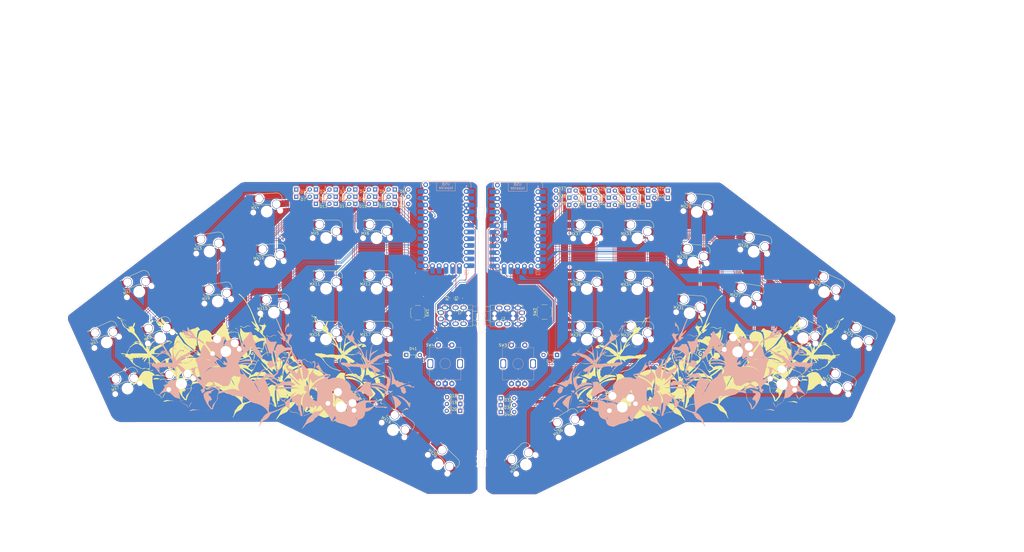
<source format=kicad_pcb>
(kicad_pcb (version 20240108) (generator "pcbnew") (generator_version "8.0")
  (layers (0 "F.Cu" signal) (31 "B.Cu" signal) (34 "B.Paste" user) (35 "F.Paste" user) (36 "B.SilkS" user "B.Silkscreen") (37 "F.SilkS" user "F.Silkscreen") (38 "B.Mask" user) (39 "F.Mask" user) (44 "Edge.Cuts" user))
  (net 0 "")
  (net 1 "SCL")
  (net 2 "SDA")
  (net 3 "VCC")
  (net 4 "GND")
  (net 5 "Net-(D1-A)")
  (net 6 "c0")
  (net 7 "c1")
  (net 8 "Net-(D2-A)")
  (net 9 "Net-(D3-A)")
  (net 10 "c2")
  (net 11 "c3")
  (net 12 "Net-(D4-A)")
  (net 13 "c4")
  (net 14 "Net-(D5-A)")
  (net 15 "Net-(D6-A)")
  (net 16 "c5")
  (net 17 "Net-(D7-A)")
  (net 18 "Net-(D8-A)")
  (net 19 "Net-(D9-A)")
  (net 20 "Net-(D10-A)")
  (net 21 "Net-(D11-A)")
  (net 22 "Net-(D12-A)")
  (net 23 "Net-(D13-A)")
  (net 24 "Net-(D14-A)")
  (net 25 "Net-(D15-A)")
  (net 26 "Net-(D16-A)")
  (net 27 "Net-(D17-A)")
  (net 28 "Net-(D19-A)")
  (net 29 "Net-(D20-A)")
  (net 30 "Net-(D21-A)")
  (net 33 "r2")
  (net 34 "r1")
  (net 35 "r3")
  (net 38 "r0")
  (net 39 "reset")
  (net 41 "Net-(D18-A)")
  (net 42 "2r0")
  (net 43 "2r1")
  (net 44 "Net-(D22-A)")
  (net 45 "Net-(D23-A)")
  (net 46 "Net-(D24-A)")
  (net 47 "2r2")
  (net 48 "Net-(D25-A)")
  (net 49 "Net-(D26-A)")
  (net 50 "Net-(D27-A)")
  (net 51 "Net-(D28-A)")
  (net 52 "Net-(D29-A)")
  (net 53 "Net-(D30-A)")
  (net 54 "Net-(D31-A)")
  (net 55 "2r3")
  (net 56 "Net-(D32-A)")
  (net 57 "Net-(D33-A)")
  (net 58 "Net-(D34-A)")
  (net 59 "Net-(D35-A)")
  (net 60 "Net-(D36-A)")
  (net 61 "Net-(D37-A)")
  (net 62 "Net-(D38-A)")
  (net 63 "Net-(D39-A)")
  (net 64 "Net-(D40-A)")
  (net 65 "2SCL")
  (net 66 "2SDA")
  (net 67 "2c0")
  (net 68 "2c1")
  (net 69 "2c2")
  (net 70 "2c3")
  (net 71 "2c4")
  (net 72 "2c5")
  (net 73 "2reset")
  (net 91 "2encA")
  (net 92 "2encB")
  (net 93 "encA")
  (net 94 "encB")
  (net 95 "encR")
  (net 96 "2encR")
  (footprint "PCM_marbastlib-mx:SW_MX_HS_CPG151101S11_1u" (layer "F.Cu") (at 199.043899 94.445747)
    (property "Reference" "MX34")
    (property "Value" "MX_SW_HS")
  )
  (footprint "PCM_marbastlib-mx:SW_MX_HS_CPG151101S11_1u" (layer "F.Cu") (at 157.159839 160.427806 43.9)
    (property "Reference" "MX40")
    (property "Value" "MX_SW_HS")
  )
  (footprint "PCM_marbastlib-mx:SW_MX_HS_CPG151101S11_1u" (layer "F.Cu") (at -0.565614 114.470493 24.3)
    (property "Reference" "MX1")
    (property "Value" "MX_SW_HS")
  )
  (footprint "PCM_marbastlib-mx:SW_MX_HS_CPG151101S11_1u" (layer "F.Cu") (at 59.636689 65.244362 4)
    (property "Reference" "MX4")
    (property "Value" "MX_SW_HS")
  )
  (footprint "PCM_marbastlib-mx:SW_MX_HS_CPG151101S11_1u" (layer "F.Cu") (at 19.533802 112.763846 24.3)
    (property "Reference" "MX8")
    (property "Value" "MX_SW_HS")
  )
  (footprint "PCM_marbastlib-xp-various:CON_MJ-4PP-9_Reversible" (layer "F.Cu") (at 130.93 104.4328 180)
    (property "Reference" "J1")
    (property "Value" "AudioJack4")
  )
  (footprint "flower2:flower" (layer "F.Cu") (at 224.425867 118.755179)
    (property "Reference" "G***")
    (property "Value" "LOGO" (hide yes))
  )
  (footprint "PCM_marbastlib-mx:SW_MX_HS_CPG151101S11_1u" (layer "F.Cu") (at 273.756208 131.932839 -24.3)
    (property "Reference" "MX22")
    (property "Value" "MX_SW_HS")
  )
  (footprint "flowerf2:flowerrrr" (layer "F.Cu") (at 55.719459 118.299131)
    (property "Reference" "G***")
    (property "Value" "LOGO" (hide yes))
  )
  (footprint "PCM_marbastlib-mx:SW_MX_HS_CPG151101S11_1u" (layer "F.Cu") (at 242.856813 80.363923 -9.2)
    (property "Reference" "MX26")
    (property "Value" "MX_SW_HS")
  )
  (footprint "PCM_marbastlib-mx:SW_MX_HS_CPG151101S11_1u" (layer "F.Cu") (at 38.146858 80.274686 9)
    (property "Reference" "MX3")
    (property "Value" "MX_SW_HS")
  )
  (footprint "PCM_marbastlib-mx:SW_MX_HS_CPG151101S11_1u" (layer "F.Cu") (at 62.330221 103.24689 4)
    (property "Reference" "MX15")
    (property "Value" "MX_SW_HS")
  )
  (footprint "PCM_marbastlib-mx:SW_MX_HS_CPG151101S11_1u" (layer "F.Cu") (at 180.108723 113.405747)
    (property "Reference" "MX39")
    (property "Value" "MX_SW_HS")
  )
  (footprint "PCM_marbastlib-mx:SW_MX_HS_CPG151101S11_1u" (layer "F.Cu") (at 281.616966 114.566551 -24.4)
    (property "Reference" "MX21")
    (property "Value" "MX_SW_HS")
  )
  (footprint "PCM_marbastlib-mx:SW_MX_HS_CPG151101S11_1u" (layer "F.Cu") (at 60.960776 84.259585 4)
    (property "Reference" "MX10")
    (property "Value" "MX_SW_HS")
  )
  (footprint "PCM_marbastlib-mx:SW_MX_HS_CPG151101S11_1u" (layer "F.Cu") (at 7.263802 131.816222 24.3)
    (property "Reference" "MX7")
    (property "Value" "MX_SW_HS")
  )
  (footprint "PCM_marbastlib-xp-various:CON_MJ-4PP-9_Reversible" (layer "F.Cu") (at 149.88 104.5028)
    (property "Reference" "J2")
    (property "Value" "AudioJack4")
  )
  (footprint "PCM_marbastlib-mx:SW_MX_HS_CPG151101S11_1u" (layer "F.Cu") (at 220.05599 84.393783 -4)
    (property "Reference" "MX30")
    (property "Value" "MX_SW_HS")
  )
  (footprint "PCM_marbastlib-mx:SW_MX_HS_CPG151101S11_1u" (layer "F.Cu") (at 218.746709 103.445747 -4)
    (property "Reference" "MX31")
    (property "Value" "MX_SW_HS")
  )
  (footprint "PCM_marbastlib-mx:SW_MX_HS_CPG151101S11_1u" (layer "F.Cu") (at 27.407111 130.102834 24.3)
    (property "Reference" "MX13")
    (property "Value" "MX_SW_HS")
  )
  (footprint "PCM_marbastlib-mx:SW_MX_HS_CPG151101S11_1u" (layer "F.Cu") (at 261.433899 112.865747 -24.3)
    (property "Reference" "MX24")
    (property "Value" "MX_SW_HS")
  )
  (footprint "PCM_marbastlib-mx:SW_MX_HS_CPG151101S11_1u" (layer "F.Cu") (at 239.844975 99.165793 -9.2)
    (property "Reference" "MX27")
    (property "Value" "MX_SW_HS")
  )
  (footprint "PCM_marbastlib-mx:SW_MX_HS_CPG151101S11_1u" (layer "F.Cu") (at 100.954314 75.22)
    (property "Reference" "MX6")
    (property "Value" "MX_SW_HS")
  )
  (footprint "PCM_marbastlib-various:SW_SPST_SKQG_WithStem" (layer "F.Cu") (at 164.13 103.01 90)
    (property "Reference" "SW2")
    (property "Value" "SW_Push")
  )
  (footprint "PCM_marbastlib-mx:SW_MX_HS_CPG151101S11_1u" (layer "F.Cu") (at 41.216858 99.074686 9)
    (property "Reference" "MX9")
    (property "Value" "MX_SW_HS")
  )
  (footprint "PCM_marbastlib-mx:SW_MX_HS_CPG151101S11_1u" (layer "F.Cu") (at 123.904314 160.32 -44)
    (property "Reference" "MX20")
    (property "Value" "MX_SW_HS")
  )
  (footprint "PCM_marbastlib-mx:SW_MX_HS_CPG151101S11_1u" (layer "F.Cu") (at 199.113899 75.315747)
    (property "Reference" "MX33")
    (property "Value" "MX_SW_HS")
  )
  (footprint "PCM_marbastlib-mx:SW_MX_HS_CPG151101S11_1u" (layer "F.Cu") (at 199.133899 113.425747)
    (property "Reference" "MX35")
    (property "Value" "MX_SW_HS")
  )
  (footprint "PCM_marbastlib-mx:SW_MX_HS_CPG151101S11_1u" (layer "F.Cu") (at 100.954314 94.27)
    (property "Reference" "MX12")
    (property "Value" "MX_SW_HS")
  )
  (footprint "PCM_marbastlib-mx:SW_MX_HS_CPG151101S11_1u" (layer "F.Cu") (at 236.796813 117.993923 -9.2)
    (property "Reference" "MX28")
    (property "Value" "MX_SW_HS")
  )
  (footprint "PCM_marbastlib-mx:SW_MX_HS_CPG151101S11_1u" (layer "F.Cu") (at 44.256239 117.861156 9)
    (property "Reference" "MX14")
    (property "Value" "MX_SW_HS")
  )
  (footprint "PCM_marbastlib-mx:SW_MX_HS_CPG151101S11_1u" (layer "F.Cu") (at 11.653798 95.40385 24.3)
    (property "Reference" "MX2")
    (property "Value" "MX_SW_HS")
  )
  (footprint "PCM_marbastlib-mx:SW_MX_HS_CPG151101S11_1u" (layer "F.Cu") (at 180.053899 94.385747)
    (property "Reference" "MX38")
    (property "Value" "MX_SW_HS")
  )
  (footprint "PCM_marbastlib-mx:SW_MX_HS_CPG151101S11_1u" (layer "F.Cu") (at 81.999314 75.19)
    (property "Reference" "MX5")
    (property "Value" "MX_SW_HS")
  )
  (footprint "PCM_marbastlib-mx:SW_MX_HS_CPG151101S11_1u" (layer "F.Cu") (at 173.758832 147.558776 32)
    (property "Reference" "MX36")
    (property "Value" "MX_SW_HS")
  )
  (footprint "Diode_THT:D_DO-35_SOD27_P5.08mm_Vertical_AnodeUp" (layer "F.Cu") (at 168.844316 119.21 180)
    (property "Reference" "D42")
    (property "Value" "D_Small")
  )
  (footprint "Diode_THT:D_DO-35_SOD27_P5.08mm_Vertical_AnodeUp" (layer "F.Cu") (at 112.17 119.19)
    (property "Reference" "D41")
    (property "Value" "D_Small")
  )
  (footprint "PCM_marbastlib-mx:SW_MX_HS_CPG151101S11_1u" (layer "F.Cu") (at 221.456267 65.401388 -4)
    (property "Reference" "MX29")
    (property "Value" "MX_SW_HS")
  )
  (footprint "PCM_marbastlib-mx:SW_MX_HS_CPG151101S11_1u" (layer "F.Cu") (at 269.319854 95.505747 -24.4)
    (property "Reference" "MX23")
    (property "Value" "MX_SW_HS")
  )
  (footprint "PCM_marbastlib-mx:SW_MX_HS_CPG151101S11_1u" (layer "F.Cu") (at 81.964314 94.25)
    (property "Reference" "MX11")
    (property "Value" "MX_SW_HS")
  )
  (footprint "PCM_marbastlib-mx:SW_MX_HS_CPG151101S11_1u" (layer "F.Cu") (at 81.934314 113.28)
    (property "Reference" "MX16")
    (property "Value" "MX_SW_HS")
  )
  (footprint "PCM_marbastlib-mx:SW_MX_HS_CPG151101S11_1u" (layer "F.Cu") (at 253.608463 130.231309 -24.4)
    (property "Reference" "MX25")
    (property "Value" "MX_SW_HS")
  )
  (footprint "PCM_marbastlib-mx:SW_MX_HS_CPG151101S11_1u" (layer "F.Cu") (at 180.033899 75.345747)
    (property "Reference" "MX37")
    (property "Value" "MX_SW_HS")
  )
  (footprint "PCM_marbastlib-various:SW_SPST_SKQG_WithStem" (layer "F.Cu") (at 116.48 103.31 -90)
    (property "Reference" "SW1")
    (property "Value" "SW_Push")
  )
  (footprint "PCM_marbastlib-mx:SW_MX_HS_CPG151101S11_1u" (layer "F.Cu") (at 100.994314 113.28)
    (property "Reference" "MX17")
    (property "Value" "MX_SW_HS")
  )
  (footprint "PCM_marbastlib-mx:SW_MX_HS_CPG151101S11_1u" (layer "F.Cu") (at 107.143862 147.423233 -33)
    (property "Reference" "MX19")
    (property "Value" "MX_SW_HS")
  )
  (footprint "Resistor_SMD:R_0805_2012Metric_Pad1.20x1.40mm_HandSolder" (layer "F.Cu") (at 132.66 97.87 90)
    (property "Reference" "R1")
    (property "Value" "4.7k")
  )
  (footprint "PCM_marbastlib-mx:SW_MX_HS_CPG151101S11_1u" (layer "F.Cu") (at 87.564314 138.73 -15)
    (property "Reference" "MX18")
    (property "Value" "MX_SW_HS")
  )
  (footprint "Resistor_SMD:R_0805_2012Metric_Pad1.20x1.40mm_HandSolder" (layer "F.Cu") (at 129.25 97.84 90)
    (property "Reference" "R2")
    (property "Value" "4.7k")
  )
  (footprint "PCM_marbastlib-mx:SW_MX_HS_CPG151101S11_1u" (layer "F.Cu") (at 193.468306 138.847651 15)
    (property "Reference" "MX32")
    (property "Value" "MX_SW_HS")
  )
  (footprint "Diode_THT:D_DO-35_SOD27_P5.08mm_Vertical_AnodeUp" (layer "B.Cu") (at 210.560001 60.03 180)
    (property "Reference" "D22")
    (property "Value" "D_Small")
  )
  (footprint "PCM_marbastlib-various:ROT_Alps_EC11E-Switch" (layer "B.Cu") (at 154.22 122.51 180)
    (property "Reference" "SW3")
    (property "Value" "RotaryEncoder_Switch")
  )
  (footprint "Diode_THT:D_DO-35_SOD27_P5.08mm_Vertical_AnodeUp" (layer "B.Cu") (at 195.714315 57.36 180)
    (property "Reference" "D26")
    (property "Value" "D_Small")
  )
  (footprint "flower2:flower" (layer "B.Cu") (at 65.614133 121.815179 180)
    (property "Reference" "G***")
    (property "Value" "LOGO" (hide yes))
  )
  (footprint "Diode_THT:D_DO-35_SOD27_P5.08mm_Vertical_AnodeUp" (layer "B.Cu") (at 70.740001 56.960005)
    (property "Reference" "D1")
    (property "Value" "D_Small")
  )
  (footprint "Diode_THT:D_DO-35_SOD27_P5.08mm_Vertical_AnodeUp" (layer "B.Cu") (at 70.740001 59.660005)
    (property "Reference" "D7")
    (property "Value" "D_Small")
  )
  (footprint "Diode_THT:D_DO-35_SOD27_P5.08mm_Vertical_AnodeUp" (layer "B.Cu") (at 147.670001 135.490003)
    (property "Reference" "D32")
    (property "Value" "D_Small")
  )
  (footprint "Diode_THT:D_DO-35_SOD27_P5.08mm_Vertical_AnodeUp" (layer "B.Cu") (at 147.635683 138.08)
    (property "Reference" "D36")
    (property "Value" "D_Small")
  )
  (footprint "Diode_THT:D_DO-35_SOD27_P5.08mm_Vertical_AnodeUp" (layer "B.Cu") (at 203.13 60.03 180)
    (property "Reference" "D24")
    (property "Value" "D_Small")
  )
  (footprint "Diode_THT:D_DO-35_SOD27_P5.08mm_Vertical_AnodeUp" (layer "B.Cu") (at 203.114315 57.36 180)
    (property "Reference" "D23")
    (property "Value" "D_Small")
  )
  (footprint "Diode_THT:D_DO-35_SOD27_P5.08mm_Vertical_AnodeUp" (layer "B.Cu") (at 188.33 62.75 180)
    (property "Reference" "D31")
    (property "Value" "D_Small")
  )
  (footprint "Diode_THT:D_DO-35_SOD27_P5.08mm_Vertical_AnodeUp" (layer "B.Cu") (at 132.434316 140.21 180)
    (property "Reference" "D20")
    (property "Value" "D_Small")
  )
  (footprint "flowerf2:flowerrrr" (layer "B.Cu") (at 215.71 121.67 180)
    (property "Reference" "G***")
    (property "Value" "LOGO" (hide yes))
  )
  (footprint "Diode_THT:D_DO-35_SOD27_P5.08mm_Vertical_AnodeUp" (layer "B.Cu") (at 195.73 62.75 180)
    (property "Reference" "D28")
    (property "Value" "D_Small")
  )
  (footprint "Diode_THT:D_DO-35_SOD27_P5.08mm_Vertical_AnodeUp" (layer "B.Cu") (at 188.33 60.04 180)
    (property "Reference" "D30")
    (property "Value" "D_Small")
  )
  (footprint "Diode_THT:D_DO-35_SOD27_P5.08mm_Vertical_AnodeUp" (layer "B.Cu") (at 173.514315 57.34 180)
    (property "Reference" "D37")
    (property "Value" "D_Small")
  )
  (footprint "Diode_THT:D_DO-35_SOD27_P5.08mm_Vertical_AnodeUp" (layer "B.Cu") (at 107.845685 59.65)
    (property "Reference" "D12")
    (property "Value" "D_Small")
  )
  (footprint "Diode_THT:D_DO-35_SOD27_P5.08mm_Vertical_AnodeUp" (layer "B.Cu") (at 147.675685 140.68)
    (property "Reference" "D40")
    (property "Value" "D_Small")
  )
  (footprint "Diode_THT:D_DO-35_SOD27_P5.08mm_Vertical_AnodeUp" (layer "B.Cu") (at 85.57 62.34)
    (property "Reference" "D14")
    (property "Value" "D_Small")
  )
  (footprint "Diode_THT:D_DO-35_SOD27_P5.08mm_Vertical_AnodeUp" (layer "B.Cu") (at 85.59 59.66)
    (property "Reference" "D9")
    (property "Value" "D_Small")
  )
  (footprint "PCM_marbastlib-various:ROT_Alps_EC11E-Switch" (layer "B.Cu") (at 126.78 122.47 180)
    (property "Reference" "SW4")
    (property "Value" "RotaryEncoder_Switch")
  )
  (footprint "Diode_THT:D_DO-35_SOD27_P5.08mm_Vertical_AnodeUp" (layer "B.Cu") (at 188.324315 57.36 180)
    (property "Reference" "D29")
    (property "Value" "D_Small")
  )
  (footprint "Diode_THT:D_DO-35_SOD27_P5.08mm_Vertical_AnodeUp" (layer "B.Cu") (at 100.415686 62.35)
    (property "Reference" "D16")
    (property "Value" "D_Small")
  )
  (footprint "Diode_THT:D_DO-35_SOD27_P5.08mm_Vertical_AnodeUp" (layer "B.Cu") (at 78.16 56.97)
    (property "Reference" "D2")
    (property "Value" "D_Small")
  )
  (footprint "Diode_THT:D_DO-35_SOD27_P5.08mm_Vertical_AnodeUp" (layer "B.Cu") (at 180.934315 57.35 180)
    (property "Reference" "D33")
    (property "Value" "D_Small")
  )
  (footprint "PCM_marbastlib-xp-promicroish:Elite-C_ACH" (layer "B.Cu") (at 127.054314 71.66 180)
    (property "Reference" "U1")
    (property "Value" "Elite-C")
  )
  (footprint "Diode_THT:D_DO-35_SOD27_P5.08mm_Vertical_AnodeUp" (layer "B.Cu") (at 203.15 62.75 180)
    (property "Reference" "D25")
    (property "Value" "D_Small")
  )
  (footprint "Diode_THT:D_DO-35_SOD27_P5.08mm_Vertical_AnodeUp" (layer "B.Cu") (at 180.93 60.025 180)
    (property "Reference" "D34")
    (property "Value" "D_Small")
  )
  (footprint "Diode_THT:D_DO-35_SOD27_P5.08mm_Vertical_AnodeUp" (layer "B.Cu") (at 78.16 59.66)
    (property "Reference" "D8")
    (property "Value" "D_Small")
  )
  (footprint "Diode_THT:D_DO-35_SOD27_P5.08mm_Vertical_AnodeUp" (layer "B.Cu") (at 210.510001 57.36 180)
    (property "Reference" "D21")
    (property "Value" "D_Small")
  )
  (footprint "Diode_THT:D_DO-35_SOD27_P5.08mm_Vertical_AnodeUp" (layer "B.Cu") (at 93.01 59.66)
    (property "Reference" "D10")
    (property "Value" "D_Small")
  )
  (footprint "Diode_THT:D_DO-35_SOD27_P5.08mm_Vertical_AnodeUp" (layer "B.Cu") (at 100.415686 56.95)
    (property "Reference" "D5")
    (property "Value" "D_Small")
  )
  (footprint "Diode_THT:D_DO-35_SOD27_P5.08mm_Vertical_AnodeUp" (layer "B.Cu") (at 132.484316 137.63 180)
    (property "Reference" "D19")
    (property "Value" "D_Small")
  )
  (footprint "Diode_THT:D_DO-35_SOD27_P5.08mm_Vertical_AnodeUp" (layer "B.Cu") (at 107.840683 56.95)
    (property "Reference" "D6")
    (property "Value" "D_Small")
  )
  (footprint "Diode_THT:D_DO-35_SOD27_P5.08mm_Vertical_AnodeUp" (layer "B.Cu") (at 195.714315 60.025 180)
    (property "Reference" "D27")
    (property "Value" "D_Small")
  )
  (footprint "Diode_THT:D_DO-35_SOD27_P5.08mm_Vertical_AnodeUp" (layer "B.Cu") (at 85.575686 56.97)
    (property "Reference" "D3")
    (property "Value" "D_Small")
  )
  (footprint "Diode_THT:D_DO-35_SOD27_P5.08mm_Vertical_AnodeUp" (layer "B.Cu") (at 92.985686 56.96)
    (property "Reference" "D4")
    (property "Value" "D_Small")
  )
  (footprint "Diode_THT:D_DO-35_SOD27_P5.08mm_Vertical_AnodeUp" (layer "B.Cu") (at 100.43 59.66)
    (property "Reference" "D11")
    (property "Value" "D_Small")
  )
  (footprint "Diode_THT:D_DO-35_SOD27_P5.08mm_Vertical_AnodeUp" (layer "B.Cu") (at 173.514315 60.02 180)
    (property "Reference" "D38")
    (property "Value" "D_Small")
  )
  (footprint "PCM_marbastlib-xp-promicroish:Elite-C_ACH" (layer "B.Cu") (at 154.028213 71.785747 180)
    (property "Reference" "U2")
    (property "Value" "Elite-C")
  )
  (footprint "Diode_THT:D_DO-35_SOD27_P5.08mm_Vertical_AnodeUp" (layer "B.Cu") (at 92.99 62.35)
    (property "Reference" "D15")
    (property "Value" "D_Small")
  )
  (footprint "Diode_THT:D_DO-35_SOD27_P5.08mm_Vertical_AnodeUp" (layer "B.Cu") (at 78.14 62.33)
    (property "Reference" "D13")
    (property "Value" "D_Small")
  )
  (footprint "Diode_THT:D_DO-35_SOD27_P5.08mm_Vertical_AnodeUp" (layer "B.Cu") (at 180.92 62.75 180)
    (property "Reference" "D35")
    (property "Value" "D_Small")
  )
  (footprint "Diode_THT:D_DO-35_SOD27_P5.08mm_Vertical_AnodeUp" (layer "B.Cu") (at 132.574316 135.1 180)
    (property "Reference" "D18")
    (property "Value" "D_Small")
  )
  (footprint "Diode_THT:D_DO-35_SOD27_P5.08mm_Vertical_AnodeUp" (layer "B.Cu") (at 173.5 62.75 180)
    (property "Reference" "D39")
    (property "Value" "D_Small")
  )
  (footprint "Diode_THT:D_DO-35_SOD27_P5.08mm_Vertical_AnodeUp" (layer "B.Cu") (at 107.805686 62.36)
    (property "Reference" "D17")
    (property "Value" "D_Small")
  )
  (gr_line (start 119.944314 171.94) (end 136.436968 171.933383) (stroke (width 0.05)) (layer "Edge.Cuts"))
  (gr_circle (center 141.52 159.57) (end 141.55 159.75) (stroke (width 0.05)) (fill none) (layer "Edge.Cuts"))
  (gr_circle (center 141.5 160.77) (end 141.53 161.02) (stroke (width 0.05)) (fill none) (layer "Edge.Cuts"))
  (gr_arc (start 139.434314 161.71) (mid 140.515279 161.232623) (end 141.55316 161.797581) (stroke (width 0.05)) (layer "Edge.Cuts"))
  (gr_arc (start 141.475982 103.018708) (mid 140.430336 103.528679) (end 139.37 103.05) (stroke (width 0.05)) (layer "Edge.Cuts"))
  (gr_circle (center 139.42 159.96) (end 139.43 160.24) (stroke (width 0.05)) (fill none) (layer "Edge.Cuts"))
  (gr_circle (center 141.54 156.95) (end 141.56 157.21) (stroke (width 0.05)) (fill none) (layer "Edge.Cuts"))
  (gr_circle (center 141.46 161.35) (end 141.49 161.23) (stroke (width 0.05)) (fill none) (layer "Edge.Cuts"))
  (gr_circle (center 139.46 160.96) (end 139.6 160.56) (stroke (width 0.05)) (fill none) (layer "Edge.Cuts"))
  (gr_circle (center 141.53 66.37) (end 141.54 66.58) (stroke (width 0.05)) (fill none) (layer "Edge.Cuts"))
  (gr_circle (center 141.56 157.6) (end 141.57 157.84) (stroke (width 0.05)) (fill none) (layer "Edge.Cuts"))
  (gr_circle (center 141.54 65.81) (end 141.58 66.02) (stroke (width 0.05)) (fill none) (layer "Edge.Cuts"))
  (gr_arc (start 141.704028 63.210813) (mid 140.498936 63.693417) (end 139.334314 63.12) (stroke (width 0.05)) (layer "Edge.Cuts"))
  (gr_circle (center 141.51 158.54) (end 141.52 158.7) (stroke (width 0.05)) (fill none) (layer "Edge.Cuts"))
  (gr_line (start 141.598214 169.730747) (end 141.55316 161.797581) (stroke (width 0.05)) (layer "Edge.Cuts"))
  (gr_circle (center 139.41 109.34) (end 139.45 109.04) (stroke (width 0.05)) (fill none) (layer "Edge.Cuts"))
  (gr_circle (center 139.37 103.97) (end 139.34 103.66) (stroke (width 0.05)) (fill none) (layer "Edge.Cuts"))
  (gr_arc (start 5.034314 144.94) (mid 2.196734 143.964666) (end 0.394985 141.565325) (stroke (width 0.05)) (layer "Edge.Cuts"))
  (gr_circle (center 141.5 110.37) (end 141.56 110.18) (stroke (width 0.05)) (fill none) (layer "Edge.Cuts"))
  (gr_circle (center 139.46 156.49) (end 139.47 156.84) (stroke (width 0.05)) (fill none) (layer "Edge.Cuts"))
  (gr_circle (center 141.5 155.4) (end 141.49 155.79) (stroke (width 0.05)) (fill none) (layer "Edge.Cuts"))
  (gr_arc (start 144.595559 172.07413) (mid 142.843406 171.226656) (end 141.598214 169.730747) (stroke (width 0.05)) (layer "Edge.Cuts"))
  (gr_circle (center 139.35 66.21) (end 139.38 66.44) (stroke (width 0.05)) (fill none) (layer "Edge.Cuts"))
  (gr_circle (center 141.29 106.74) (end 141.28 106.93) (stroke (width 0.05)) (fill none) (layer "Edge.Cuts"))
  (gr_line (start 137.184314 53.72) (end 51.412415 53.677642) (stroke (width 0.05)) (layer "Edge.Cuts"))
  (gr_arc (start 139.36 111.02) (mid 140.464161 110.479061) (end 141.599467 110.951147) (stroke (width 0.05)) (layer "Edge.Cuts"))
  (gr_circle (center 141.5 66.95) (end 141.54 66.74) (stroke (width 0.05)) (fill none) (layer "Edge.Cuts"))
  (gr_line (start 139.39 154.74) (end 139.36 111.02) (stroke (width 0.05)) (layer "Edge.Cuts"))
  (gr_circle (center 141.249828 104.66) (end 141.259828 104.95) (stroke (width 0.05)) (fill none) (layer "Edge.Cuts"))
  (gr_line (start 49.594314 54.18) (end -15.200607 103.852515) (stroke (width 0.05)) (layer "Edge.Cuts"))
  (gr_circle (center 139.45 110.06) (end 139.51 109.84) (stroke (width 0.05)) (fill none) (layer "Edge.Cuts"))
  (gr_circle (center 141.46 109.91) (end 141.49 109.99) (stroke (width 0.05)) (fill none) (layer "Edge.Cuts"))
  (gr_circle (center 139.37 65.56) (end 139.44 65.74) (stroke (width 0.05)) (fill none) (layer "Edge.Cuts"))
  (gr_circle (center 141.54 65.18) (end 141.55 65.45) (stroke (width 0.05)) (fill none) (layer "Edge.Cuts"))
  (gr_circle (center 139.383667 67.67) (end 139.503667 67.49) (stroke (width 0.05)) (fill none) (layer "Edge.Cuts"))
  (gr_circle (center 139.43 108.48) (end 139.45 108.05) (stroke (width 0.05)) (fill none) (layer "Edge.Cuts"))
  (gr_circle (center 139.35 105.76) (end 139.42 105.32) (stroke (width 0.05)) (fill none) (layer "Edge.Cuts"))
  (gr_circle (center 141.53 159.05) (end 141.55 159.22) (stroke (width 0.05)) (fill none) (layer "Edge.Cuts"))
  (gr_circle (center 139.42 64) (end 139.42 64.28) (stroke (width 0.05)) (fill none) (layer "Edge.Cuts"))
  (gr_circle (center 139.43 157.41) (end 139.43 157.8) (stroke (width 0.05)) (fill none) (layer "Edge.Cuts"))
  (gr_line (start 217.368213 144.950747) (end 161.088213 172.080747) (stroke (width 0.05)) (layer "Edge.Cuts"))
  (gr_line (start 139.434313 169.59) (end 139.434314 161.71) (stroke (width 0.05)) (layer "Edge.Cuts"))
  (gr_arc (start 139.37 68.23) (mid 140.41442 67.661986) (end 141.495326 68.157055) (stroke (width 0.05)) (layer "Edge.Cuts"))
  (gr_circle (center 139.38 104.81) (end 139.45 104.48) (stroke (width 0.05)) (fill none) (layer "Edge.Cuts"))
  (gr_circle (center 141.5 108.49) (end 141.49 108.7) (stroke (width 0.05)) (fill none) (layer "Edge.Cuts"))
  (gr_line (start 139.354772 55.533697) (end 139.334314 63.12) (stroke (width 0.05)) (layer "Edge.Cuts"))
  (gr_arc (start 49.594314 54.18) (mid 50.481784 53.850717) (end 51.412415 53.677642) (stroke (width 0.05)) (layer "Edge.Cuts"))
  (gr_line (start 63.664314 144.81) (end 119.944314 171.94) (stroke (width 0.05)) (layer "Edge.Cuts"))
  (gr_line (start 296.378212 106.970747) (end 280.637542 141.706072) (stroke (width 0.05)) (layer "Edge.Cuts"))
  (gr_line (start 141.604822 154.727786) (end 141.599467 110.951147) (stroke (width 0.05)) (layer "Edge.Cuts"))
  (gr_circle (center 139.47 155.51) (end 139.5 155.86) (stroke (width 0.05)) (fill none) (layer "Edge.Cuts"))
  (gr_line (start 231.307597 54.507229) (end 296.233134 103.993262) (stroke (width 0.05)) (layer "Edge.Cuts"))
  (gr_arc (start -15.345685 106.83) (mid -15.638844 105.323439) (end -15.200607 103.852515) (stroke (width 0.05)) (layer "Edge.Cuts"))
  (gr_arc (start 141.604822 154.727786) (mid 140.499603 155.131381) (end 139.39 154.74) (stroke (width 0.05)) (layer "Edge.Cuts"))
  (gr_circle (center 141.41 107.88) (end 141.42 108.06) (stroke (width 0.05)) (fill none) (layer "Edge.Cuts"))
  (gr_circle (center 141.35 107.33) (end 141.35 107.54) (stroke (width 0.05)) (fill none) (layer "Edge.Cuts"))
  (gr_arc (start 229.620112 53.818389) (mid 230.502494 54.068151) (end 231.307597 54.507229) (stroke (width 0.05)) (layer "Edge.Cuts"))
  (gr_arc (start 296.233134 103.993262) (mid 296.671369 105.464186) (end 296.378212 106.970747) (stroke (width 0.05)) (layer "Edge.Cuts"))
  (gr_line (start 275.998213 145.080747) (end 217.368213 144.950747) (stroke (width 0.05)) (layer "Edge.Cuts"))
  (gr_line (start 141.495326 68.157055) (end 141.475982 103.018708) (stroke (width 0.05)) (layer "Edge.Cuts"))
  (gr_arc (start 139.434313 169.59) (mid 138.189117 171.085905) (end 136.436968 171.933383) (stroke (width 0.05)) (layer "Edge.Cuts"))
  (gr_circle (center 139.42 64.83) (end 139.42 65.12) (stroke (width 0.05)) (fill none) (layer "Edge.Cuts"))
  (gr_circle (center 139.43 158.27) (end 139.42 158.57) (stroke (width 0.05)) (fill none) (layer "Edge.Cuts"))
  (gr_circle (center 139.417656 66.98) (end 139.46 67.3) (stroke (width 0.05)) (fill none) (layer "Edge.Cuts"))
  (gr_circle (center 141.46 109.53) (end 141.47 109.68) (stroke (width 0.05)) (fill none) (layer "Edge.Cuts"))
  (gr_circle (center 139.38 159.13) (end 139.36 159.51) (stroke (width 0.05)) (fill none) (layer "Edge.Cuts"))
  (gr_line (start -15.345685 106.83) (end 0.394985 141.565325) (stroke (width 0.05)) (layer "Edge.Cuts"))
  (gr_circle (center 139.41 110.56) (end 139.47 110.46) (stroke (width 0.05)) (fill none) (layer "Edge.Cuts"))
  (gr_line (start 143.848213 53.860747) (end 229.620112 53.818389) (stroke (width 0.05)) (layer "Edge.Cuts"))
  (gr_circle (center 141.53 158.11) (end 141.53 158.27) (stroke (width 0.05)) (fill none) (layer "Edge.Cuts"))
  (gr_arc (start 137.189576 53.721554) (mid 138.454314 54.41) (end 139.354772 55.533697) (stroke (width 0.05)) (layer "Edge.Cuts"))
  (gr_arc (start 141.677755 55.674444) (mid 142.578236 54.550779) (end 143.842951 53.862301) (stroke (width 0.05)) (layer "Edge.Cuts"))
  (gr_line (start 161.088213 172.080747) (end 144.595559 172.07413) (stroke (width 0.05)) (layer "Edge.Cuts"))
  (gr_circle (center 141.225456 103.85) (end 141.277871 103.55) (stroke (width 0.05)) (fill none) (layer "Edge.Cuts"))
  (gr_line (start 141.677755 55.674444) (end 141.704028 63.210813) (stroke (width 0.05)) (layer "Edge.Cuts"))
  (gr_circle (center 139.35 107.64) (end 139.41 107.39) (stroke (width 0.05)) (fill none) (layer "Edge.Cuts"))
  (gr_circle (center 141.53 156.25) (end 141.53 156.54) (stroke (width 0.05)) (fill none) (layer "Edge.Cuts"))
  (gr_line (start 139.37 68.23) (end 139.37 103.05) (stroke (width 0.05)) (layer "Edge.Cuts"))
  (gr_circle (center 141.49 109.04) (end 141.51 109.26) (stroke (width 0.05)) (fill none) (layer "Edge.Cuts"))
  (gr_circle (center 141.27 106.14) (end 141.27 106.36) (stroke (width 0.05)) (fill none) (layer "Edge.Cuts"))
  (gr_circle (center 141.25 105.48396) (end 141.05 105.44396) (stroke (width 0.05)) (fill none) (layer "Edge.Cuts"))
  (gr_circle (center 141.55 160.11) (end 141.55 160.31) (stroke (width 0.05)) (fill none) (layer "Edge.Cuts"))
  (gr_arc (start 280.637542 141.706072) (mid 278.835794 144.105418) (end 275.998213 145.080747) (stroke (width 0.05)) (layer "Edge.Cuts"))
  (gr_circle (center 139.37 106.7) (end 139.42 106.36) (stroke (width 0.05)) (fill none) (layer "Edge.Cuts"))
  (gr_circle (center 141.55 64.5) (end 141.54 64.77) (stroke (width 0.05)) (fill none) (layer "Edge.Cuts"))
  (gr_circle (center 141.476821 67.55) (end 141.5 67.35) (stroke (width 0.05)) (fill none) (layer "Edge.Cuts"))
  (gr_line (start 5.034314 144.94) (end 63.664314 144.81) (stroke (width 0.05)) (layer "Edge.Cuts"))
  (gr_circle (center 141.56 63.84) (end 141.59 64.05) (stroke (width 0.05)) (fill none) (layer "Edge.Cuts"))
  (gr_text "A" (at 74.670002 56.371378 0) (layer "B.SilkS") (effects (font (size 1 1)) (justify mirror)))
  (segment (start 125.25 98.84) (end 125.18 98.91) (width 0.2) (layer "F.Cu") (net 1))
  (segment (start 129.25 98.84) (end 125.25 98.84) (width 0.2) (layer "F.Cu") (net 1))
  (segment (start 124.1256 103.2456) (end 125.18 103.2456) (width 0.2) (layer "F.Cu") (net 1))
  (segment (start 123.79 100.3) (end 125.18 98.91) (width 0.2) (layer "F.Cu") (net 1))
  (segment (start 123.79 102.91) (end 124.1256 103.2456) (width 0.2) (layer "F.Cu") (net 1))
  (segment (start 129.45 94.64) (end 125.18 98.91) (width 0.2) (layer "F.Cu") (net 1))
  (segment (start 123.79 102.91) (end 123.79 100.3) (width 0.2) (layer "F.Cu") (net 1))
  (segment (start 125.18 105.62) (end 125.18 103.2456) (width 0.2) (layer "F.Cu") (net 1))
  (via (at 129.45 94.64) (size 0.6) (drill 0.3) (layers "F.Cu" "B.Cu") (net 1))
  (segment (start 132.2 91.89) (end 134.69 91.89) (width 0.2) (layer "B.Cu") (net 1))
  (segment (start 136.252162 70.39) (end 134.674314 70.39) (width 0.2) (layer "B.Cu") (net 1))
  (segment (start 138.024314 72.162152) (end 136.252162 70.39) (width 0.2) (layer "B.Cu") (net 1))
  (segment (start 138.024314 88.555686) (end 138.024314 72.162152) (width 0.2) (layer "B.Cu") (net 1))
  (segment (start 129.45 94.64) (end 132.2 91.89) (width 0.2) (layer "B.Cu") (net 1))
  (segment (start 134.69 91.89) (end 138.024314 88.555686) (width 0.2) (layer "B.Cu") (net 1))
  (segment (start 138.16 71.335686) (end 134.674314 67.85) (width 0.2) (layer "F.Cu") (net 2))
  (segment (start 133.68 101.42) (end 133.68 107.4456) (width 0.2) (layer "F.Cu") (net 2))
  (segment (start 133.68 100.27) (end 134.65 99.3) (width 0.2) (layer "F.Cu") (net 2))
  (segment (start 134.65 99.3) (end 134.22 98.87) (width 0.2) (layer "F.Cu") (net 2))
  (segment (start 134.65 99.3) (end 134.65 92.48) (width 0.2) (layer "F.Cu") (net 2))
  (segment (start 134.65 92.48) (end 138.16 88.97) (width 0.2) (layer "F.Cu") (net 2))
  (segment (start 138.16 88.97) (end 138.16 71.335686) (width 0.2) (layer "F.Cu") (net 2))
  (segment (start 134.22 98.87) (end 132.66 98.87) (width 0.2) (layer "F.Cu") (net 2))
  (segment (start 133.68 101.42) (end 133.68 100.27) (width 0.2) (layer "F.Cu") (net 2))
  (segment (start 131.22 98.31) (end 130.794314 98.31) (width 0.2) (layer "F.Cu") (net 3))
  (segment (start 130.68 101.42) (end 130.94 101.42) (width 0.2) (layer "F.Cu") (net 3))
  (segment (start 122.9 65.31) (end 125.97 68.38) (width 0.2) (layer "F.Cu") (net 3))
  (segment (start 130.805686 82.065686) (end 130.805686 95.344314) (width 0.2) (layer "F.Cu") (net 3))
  (segment (start 125.97 68.38) (end 125.97 77.23) (width 0.2) (layer "F.Cu") (net 3))
  (segment (start 119.434314 65.31) (end 122.9 65.31) (width 0.2) (layer "F.Cu") (net 3))
  (segment (start 130.794314 101.305686) (end 130.794314 98.31) (width 0.2) (layer "F.Cu") (net 3))
  (segment (start 129.25 96.84) (end 130.64 95.45) (width 0.2) (layer "F.Cu") (net 3))
  (segment (start 130.68 107.4456) (end 130.68 101.42) (width 0.2) (layer "F.Cu") (net 3))
  (segment (start 150.13 101.49) (end 150.13 107.5156) (width 0.2) (layer "F.Cu") (net 3))
  (segment (start 130.64 95.45) (end 130.7 95.45) (width 0.2) (layer "F.Cu") (net 3))
  (segment (start 130.805686 95.344314) (end 130.7 95.45) (width 0.2) (layer "F.Cu") (net 3))
  (segment (start 130.68 101.42) (end 130.794314 101.305686) (width 0.2) (layer "F.Cu") (net 3))
  (segment (start 130.7 95.45) (end 130.794314 95.45) (width 0.2) (layer "F.Cu") (net 3))
  (segment (start 130.794314 98.31) (end 130.794314 95.45) (width 0.2) (layer "F.Cu") (net 3))
  (segment (start 132.66 96.87) (end 131.22 98.31) (width 0.2) (layer "F.Cu") (net 3))
  (segment (start 125.97 77.23) (end 130.805686 82.065686) (width 0.2) (layer "F.Cu") (net 3))
  (segment (start 142.18 107.04) (end 142.18 67.38) (width 0.2) (layer "B.Cu") (net 3))
  (segment (start 144.18 109.04) (end 142.18 107.04) (width 0.2) (layer "B.Cu") (net 3))
  (segment (start 144.124253 65.435747) (end 146.408213 65.435747) (width 0.2) (layer "B.Cu") (net 3))
  (segment (start 148.6056 109.04) (end 144.18 109.04) (width 0.2) (layer "B.Cu") (net 3))
  (segment (start 117.05 65.31) (end 119.434314 65.31) (width 0.2) (layer "B.Cu") (net 3))
  (segment (start 142.18 67.38) (end 144.124253 65.435747) (width 0.2) (layer "B.Cu") (net 3))
  (segment (start 150.13 107.5156) (end 148.6056 109.04) (width 0.2) (layer "B.Cu") (net 3))
  (segment (start 146.051156 74.255747) (end 149.944253 74.255747) (width 0.2) (layer "F.Cu") (net 4))
  (segment (start 147.33 89.58) (end 144.18 86.43) (width 0.2) (layer "F.Cu") (net 4))
  (segment (start 115.3 83.7) (end 115.3 88.1) (width 0.2) (layer "F.Cu") (net 4))
  (segment (start 118.67 97.14) (end 118.329998 97.480002) (width 0.2) (layer "F.Cu") (net 4))
  (segment (start 118.329998 97.480002) (end 118.329998 100.209998) (width 0.2) (layer "F.Cu") (net 4))
  (segment (start 119.434314 60.23) (end 117.38 60.23) (width 0.2) (layer "F.Cu") (net 4))
  (segment (start 118.330005 107.430005) (end 123.72 112.82) (width 0.2) (layer "F.Cu") (net 4))
  (segment (start 161.648213 62.895747) (end 161.648213 65.435747) (width 0.2) (layer "F.Cu") (net 4))
  (segment (start 160.8744 107.5156) (end 162.280001 106.109999) (width 0.2) (layer "F.Cu") (net 4))
  (segment (start 144.18 86.43) (end 144.18 76.126903) (width 0.2) (layer "F.Cu") (net 4))
  (segment (start 154.22 124.555) (end 154.275 124.5) (width 0.2) (layer "F.Cu") (net 4))
  (segment (start 118.330005 106.409998) (end 118.330005 107.430005) (width 0.2) (layer "F.Cu") (net 4))
  (segment (start 147.33 92.615686) (end 150.094314 95.38) (width 0.2) (layer "F.Cu") (net 4))
  (segment (start 154.13 107.5156) (end 160.8744 107.5156) (width 0.2) (layer "F.Cu") (net 4))
  (segment (start 162.280001 99.909999) (end 157.750002 95.38) (width 0.2) (layer "F.Cu") (net 4))
  (segment (start 118.329998 106.409991) (end 118.330005 106.409998) (width 0.2) (layer "F.Cu") (net 4))
  (segment (start 117.38 60.23) (end 115.3 62.31) (width 0.2) (layer "F.Cu") (net 4))
  (segment (start 147.33 89.58) (end 147.33 92.615686) (width 0.2) (layer "F.Cu") (net 4))
  (segment (start 154.13 107.5156) (end 154.13 101.49) (width 0.2) (layer "F.Cu") (net 4))
  (segment (start 118.329998 100.209998) (end 118.329998 106.409991) (width 0.2) (layer "F.Cu") (net 4))
  (segment (start 115.3 62.31) (end 115.3 83.7) (width 0.2) (layer "F.Cu") (net 4))
  (segment (start 162.280001 99.909999) (end 162.280001 106.109999) (width 0.2) (layer "F.Cu") (net 4))
  (segment (start 126.68 107.4456) (end 126.68 101.42) (width 0.2) (layer "F.Cu") (net 4))
  (segment (start 150.094314 95.38) (end 157.750002 95.38) (width 0.2) (layer "F.Cu") (net 4))
  (segment (start 149.944253 74.255747) (end 150.5 73.7) (width 0.2) (layer "F.Cu") (net 4))
  (segment (start 115.3 88.1) (end 115.57 88.37) (width 0.2) (layer "F.Cu") (net 4))
  (segment (start 144.18 76.126903) (end 146.051156 74.255747) (width 0.2) (layer "F.Cu") (net 4))
  (segment (start 154.22 130.01) (end 154.22 124.555) (width 0.2) (layer "F.Cu") (net 4))
  (via (at 115.57 88.37) (size 0.6) (drill 0.3) (layers "F.Cu" "B.Cu") (net 4))
  (via (at 118.67 97.14) (size 0.6) (drill 0.3) (layers "F.Cu" "B.Cu") (net 4))
  (via (at 154.275 124.5) (size 0.6) (drill 0.3) (layers "F.Cu" "B.Cu") (net 4))
  (via (at 150.5 73.7) (size 0.6) (drill 0.3) (layers "F.Cu" "B.Cu") (net 4))
  (via (at 123.72 112.82) (size 0.6) (drill 0.3) (layers "F.Cu" "B.Cu") (net 4))
  (segment (start 115.74 88.54) (end 115.74 94.21) (width 0.2) (layer "B.Cu") (net 4))
  (segment (start 126.68 129.87) (end 126.78 129.97) (width 0.2) (layer "B.Cu") (net 4))
  (segment (start 121.974314 62.77) (end 119.434314 60.23) (width 0.2) (layer "B.Cu") (net 4))
  (segment (start 154.275 124.5) (end 154.13 124.355) (width 0.2) (layer "B.Cu") (net 4))
  (segment (start 123.72 112.74) (end 126.68 109.78) (width 0.2) (layer "B.Cu") (net 4))
  (segment (start 123.72 112.82) (end 123.72 112.74) (width 0.2) (layer "B.Cu") (net 4))
  (segment (start 151.488213 65.435747) (end 150.451233 64.398767) (width 0.2) (layer "B.Cu") (net 4))
  (segment (start 150.451233 64.398767) (end 146.408213 60.355747) (width 0.2) (layer "B.Cu") (net 4))
  (segment (start 126.68 107.4456) (end 126.68 109.78) (width 0.2) (layer "B.Cu") (net 4))
  (segment (start 134.674314 62.77) (end 134.674314 65.31) (width 0.2) (layer "B.Cu") (net 4))
  (segment (start 115.57 88.37) (end 115.74 88.54) (width 0.2) (layer "B.Cu") (net 4))
  (segment (start 161.648213 65.435747) (end 151.488213 65.435747) (width 0.2) (layer "B.Cu") (net 4))
  (segment (start 154.22 107.6056) (end 154.13 107.5156) (width 0.2) (layer "B.Cu") (net 4))
  (segment (start 150.5 64.447534) (end 150.451233 64.398767) (width 0.2) (layer "B.Cu") (net 4))
  (segment (start 134.674314 62.77) (end 121.974314 62.77) (width 0.2) (layer "B.Cu") (net 4))
  (segment (start 154.13 124.355) (end 154.13 107.5156) (width 0.2) (layer "B.Cu") (net 4))
  (segment (start 150.5 73.7) (end 150.5 64.447534) (width 0.2) (layer "B.Cu") (net 4))
  (segment (start 126.68 109.78) (end 126.68 129.87) (width 0.2) (layer "B.Cu") (net 4))
  (segment (start 115.74 94.21) (end 118.67 97.14) (width 0.2) (layer "B.Cu") (net 4))
  (segment (start 20.69 100.83) (end 16.1 100.83) (width 0.2) (layer "F.Cu") (net 5))
  (segment (start 74.28 60.02) (end 60.542742 73.757258) (width 0.2) (layer "F.Cu") (net 5))
  (segment (start -0.84526 106.76) (end -4.971073 110.885813) (width 0.2) (layer "F.Cu") (net 5))
  (segment (start 60.542742 73.757258) (end 52.38 73.757258) (width 0.2) (layer "F.Cu") (net 5))
  (segment (start 74.28 58.24) (end 74.28 60.02) (width 0.2) (layer "F.Cu") (net 5))
  (segment (start 10.17 106.76) (end -0.84526 106.76) (width 0.2) (layer "F.Cu") (net 5))
  (segment (start 35.6 85.92) (end 20.69 100.83) (width 0.2) (layer "F.Cu") (net 5))
  (segment (start 52.38 73.757258) (end 40.217258 85.92) (width 0.2) (layer "F.Cu") (net 5))
  (segment (start 40.217258 85.92) (end 35.6 85.92) (width 0.2) (layer "F.Cu") (net 5))
  (segment (start 75.745684 56.979995) (end 75.540005 56.979995) (width 0.2) (layer "F.Cu") (net 5))
  (segment (start 75.540005 56.979995) (end 74.28 58.24) (width 0.2) (layer "F.Cu") (net 5))
  (segment (start 16.1 100.83) (end 10.17 106.76) (width 0.2) (layer "F.Cu") (net 5))
  (segment (start 121.18 108.595686) (end 128.054314 115.47) (width 0.2) (layer "F.Cu") (net 6))
  (segment (start 129.28 115.47) (end 127.98 116.77) (width 0.2) (layer "F.Cu") (net 6))
  (segment (start 9.691005 129.621005) (end 9.691005 127.933388) (width 0.2) (layer "F.Cu") (net 6))
  (segment (start 121.18 97.84) (end 121.18 108.595686) (width 0.2) (layer "F.Cu") (net 6))
  (segment (start 118.765686 121.55) (end 49.84 121.55) (width 0.2) (layer "F.Cu") (net 6))
  (segment (start 123.545686 116.77) (end 118.765686 121.55) (width 0.2) (layer "F.Cu") (net 6))
  (segment (start 128.054314 115.47) (end 129.28 115.47) (width 0.2) (layer "F.Cu") (net 6))
  (segment (start 49.84 121.55) (end 37.971673 133.418327) (width 0.2) (layer "F.Cu") (net 6))
  (segment (start 13.488327 133.418327) (end 9.691005 129.621005) (width 0.2) (layer "F.Cu") (net 6))
  (segment (start 127.054314 91.965686) (end 121.18 97.84) (width 0.2) (layer "F.Cu") (net 6))
  (segment (start 127.98 116.77) (end 123.545686 116.77) (width 0.2) (layer "F.Cu") (net 6))
  (segment (start 37.971673 133.418327) (end 13.488327 133.418327) (width 0.2) (layer "F.Cu") (net 6))
  (segment (start 127.054314 85.63) (end 127.054314 91.965686) (width 0.2) (layer "F.Cu") (net 6))
  (segment (start 1.861589 120.103972) (end 9.691005 127.933388) (width 0.2) (layer "B.Cu") (net 6))
  (segment (start 1.861589 110.587659) (end 1.861589 120.103972) (width 0.2) (layer "B.Cu") (net 6))
  (segment (start 129.48 115.67) (end 129.48 115.72) (width 0.2) (layer "B.Cu") (net 6))
  (segment (start 129.28 115.47) (end 129.48 115.67) (width 0.2) (layer "B.Cu") (net 6))
  (segment (start 21.961005 115.981005) (end 28.22 122.24) (width 0.2) (layer "F.Cu") (net 7))
  (segment (start 21.961005 108.881012) (end 21.961005 115.981005) (width 0.2) (layer "F.Cu") (net 7))
  (via (at 28.22 122.24) (size 0.6) (drill 0.3) (layers "F.Cu" "B.Cu") (net 7))
  (segment (start 14.081009 101.001016) (end 21.961005 108.881012) (width 0.2) (layer "B.Cu") (net 7))
  (segment (start 62.695 94.77) (end 73.515 83.95) (width 0.2) (layer "B.Cu") (net 7))
  (segment (start 55.44 94.77) (end 62.695 94.77) (width 0.2) (layer "B.Cu") (net 7))
  (segment (start 116.74 75.47) (end 119.434314 75.47) (width 0.2) (layer "B.Cu") (net 7))
  (segment (start 28.22 122.24) (end 28.22 121.88) (width 0.2) (layer "B.Cu") (net 7))
  (segment (start 44.63 105.47) (end 44.74 105.47) (width 0.2) (layer "B.Cu") (net 7))
  (segment (start 28.22 122.24) (end 29.834314 123.854314) (width 0.2) (layer "B.Cu") (net 7))
  (segment (start 73.515 83.95) (end 87.6 83.95) (width 0.2) (layer "B.Cu") (net 7))
  (segment (start 93.9 77.61) (end 114.6 77.61) (width 0.2) (layer "B.Cu") (net 7))
  (segment (start 92.14 79.37) (end 93.9 77.61) (width 0.2) (layer "B.Cu") (net 7))
  (segment (start 92.14 79.41) (end 92.14 79.37) (width 0.2) (layer "B.Cu") (net 7))
  (segment (start 44.74 105.47) (end 55.44 94.77) (width 0.2) (layer "B.Cu") (net 7))
  (segment (start 28.22 121.88) (end 44.63 105.47) (width 0.2) (layer "B.Cu") (net 7))
  (segment (start 114.6 77.61) (end 116.74 75.47) (width 0.2) (layer "B.Cu") (net 7))
  (segment (start 87.6 83.95) (end 92.14 79.41) (width 0.2) (layer "B.Cu") (net 7))
  (segment (start 29.834314 123.854314) (end 29.834314 126.22) (width 0.2) (layer "B.Cu") (net 7))
  (segment (start 14.081009 91.521018) (end 14.081009 101.001016) (width 0.2) (layer "B.Cu") (net 7))
  (segment (start 16.02 106.35) (end 20.69 101.68) (width 0.2) (layer "F.Cu") (net 8))
  (segment (start 71.63 64.31) (end 79.46 64.31) (width 0.2) (layer "F.Cu") (net 8))
  (segment (start 52.378629 74.89) (end 61.05 74.89) (width 0.2) (layer "F.Cu") (net 8))
  (segment (start 21.23 101.68) (end 35.62 87.29) (width 0.2) (layer "F.Cu") (net 8))
  (segment (start 81.01 62.76) (end 81.01 59.135686) (width 0.2) (layer "F.Cu") (net 8))
  (segment (start 81.01 59.135686) (end 83.175686 56.97) (width 0.2) (layer "F.Cu") (net 8))
  (segment (start 61.05 74.89) (end 71.63 64.31) (width 0.2) (layer "F.Cu") (net 8))
  (segment (start 20.69 101.68) (end 21.23 101.68) (width 0.2) (layer "F.Cu") (net 8))
  (segment (start 35.62 87.29) (end 39.978629 87.29) (width 0.2) (layer "F.Cu") (net 8))
  (segment (start 79.46 64.31) (end 81.01 62.76) (width 0.2) (layer "F.Cu") (net 8))
  (segment (start 39.978629 87.29) (end 52.378629 74.89) (width 0.2) (layer "F.Cu") (net 8))
  (via (at 16.02 106.35) (size 0.6) (drill 0.3) (layers "F.Cu" "B.Cu") (net 8))
  (segment (start 7.248334 95.408334) (end 7.248334 91.819181) (width 0.2) (layer "B.Cu") (net 8))
  (segment (start 16.02 104.18) (end 7.248334 95.408334) (width 0.2) (layer "B.Cu") (net 8))
  (segment (start 16.02 106.35) (end 16.02 104.18) (width 0.2) (layer "B.Cu") (net 8))
  (segment (start 90.655686 56.94) (end 88.63 58.965686) (width 0.2) (layer "F.Cu") (net 9))
  (segment (start 85.82 65.59) (end 85.82 65.65) (width 0.2) (layer "F.Cu") (net 9))
  (segment (start 88.63 58.965686) (end 88.63 62.78) (width 0.2) (layer "F.Cu") (net 9))
  (segment (start 85.82 65.65) (end 72.57 65.65) (width 0.2) (layer "F.Cu") (net 9))
  (segment (start 72.57 65.65) (end 65.23 72.99) (width 0.2) (layer "F.Cu") (net 9))
  (segment (start 88.63 62.78) (end 85.82 65.59) (width 0.2) (layer "F.Cu") (net 9))
  (via (at 65.23 72.99) (size 0.6) (drill 0.3) (layers "F.Cu" "B.Cu") (net 9))
  (segment (start 65.23 67.93) (end 67.76 65.4) (width 0.2) (layer "B.Cu") (net 9))
  (segment (start 64.233918 58.403918) (end 51.236082 58.403918) (width 0.2) (layer "B.Cu") (net 9))
  (segment (start 67.76 61.93) (end 64.233918 58.403918) (width 0.2) (layer "B.Cu") (net 9))
  (segment (start 51.17 59.328015) (end 34.843442 75.654573) (width 0.2) (layer "B.Cu") (net 9))
  (segment (start 51.17 58.47) (end 51.17 59.328015) (width 0.2) (layer "B.Cu") (net 9))
  (segment (start 51.236082 58.403918) (end 51.17 58.47) (width 0.2) (layer "B.Cu") (net 9))
  (segment (start 67.76 65.4) (end 67.76 61.93) (width 0.2) (layer "B.Cu") (net 9))
  (segment (start 65.23 67.93) (end 65.23 72.99) (width 0.2) (layer "B.Cu") (net 9))
  (segment (start 44.582608 95.969943) (end 44.582608 108.542608) (width 0.2) (layer "F.Cu") (net 10))
  (segment (start 44.582608 108.542608) (end 44.61 108.57) (width 0.2) (layer "F.Cu") (net 10))
  (via (at 44.61 108.57) (size 0.6) (drill 0.3) (layers "F.Cu" "B.Cu") (net 10))
  (segment (start 44.61 108.57) (end 44.61 106.55) (width 0.2) (layer "B.Cu") (net 10))
  (segment (start 44.61 111.68964) (end 44.582608 111.717032) (width 0.2) (layer "B.Cu") (net 10))
  (segment (start 41.512608 92.899943) (end 41.512608 77.169943) (width 0.2) (layer "B.Cu") (net 10))
  (segment (start 62.55 95.59) (end 73.75 84.39) (width 0.2) (layer "B.Cu") (net 10))
  (segment (start 55.57 95.59) (end 62.55 95.59) (width 0.2) (layer "B.Cu") (net 10))
  (segment (start 47.621989 114.756413) (end 44.582608 111.717032) (width 0.2) (layer "B.Cu") (net 10))
  (segment (start 73.75 84.39) (end 87.78 84.39) (width 0.2) (layer "B.Cu") (net 10))
  (segment (start 44.582608 95.969943) (end 41.512608 92.899943) (width 0.2) (layer "B.Cu") (net 10))
  (segment (start 87.78 84.39) (end 94.16 78.01) (width 0.2) (layer "B.Cu") (net 10))
  (segment (start 94.16 78.01) (end 119.434314 78.01) (width 0.2) (layer "B.Cu") (net 10))
  (segment (start 44.61 106.55) (end 55.57 95.59) (width 0.2) (layer "B.Cu") (net 10))
  (segment (start 44.61 108.57) (end 44.61 111.68964) (width 0.2) (layer "B.Cu") (net 10))
  (segment (start 64.58 94.58) (end 64.584314 94.575686) (width 0.2) (layer "F.Cu") (net 11))
  (segment (start 64.584314 94.575686) (end 64.584314 81.46) (width 0.2) (layer "F.Cu") (net 11))
  (via (at 64.58 94.58) (size 0.6) (drill 0.3) (layers "F.Cu" "B.Cu") (net 11))
  (segment (start 114.67 80.55) (end 118.134314 80.55) (width 0.2) (layer "B.Cu") (net 11))
  (segment (start 85.762655 135.612655) (end 90.251899 135.612655) (width 0.2) (layer "B.Cu") (net 11))
  (segment (start 76.12 84.79) (end 74.37 84.79) (width 0.2) (layer "B.Cu") (net 11))
  (segment (start 65.953759 100.447305) (end 64.57 99.063546) (width 0.2) (layer "B.Cu") (net 11))
  (segment (start 63.260227 62.444777) (end 63.260227 80.135913) (width 0.2) (layer "B.Cu") (net 11))
  (segment (start 76.12 84.79) (end 87.945686 84.79) (width 0.2) (layer "B.Cu") (net 11))
  (segment (start 65.953759 115.803759) (end 85.762655 135.612655) (width 0.2) (layer "B.Cu") (net 11))
  (segment (start 74.37 84.79) (end 64.58 94.58) (width 0.2) (layer "B.Cu") (net 11))
  (segment (start 64.57 99.063546) (end 64.57 94.59) (width 0.2) (layer "B.Cu") (net 11))
  (segment (start 90.251899 135.612655) (end 91.901899 137.262655) (width 0.2) (layer "B.Cu") (net 11))
  (segment (start 64.57 94.59) (end 64.58 94.58) (width 0.2) (layer "B.Cu") (net 11))
  (segment (start 65.953759 100.447305) (end 65.953759 115.803759) (width 0.2) (layer "B.Cu") (net 11))
  (segment (start 63.260227 80.135913) (end 64.584314 81.46) (width 0.2) (layer "B.Cu") (net 11))
  (segment (start 94.085686 78.65) (end 112.77 78.65) (width 0.2) (layer "B.Cu") (net 11))
  (segment (start 112.77 78.65) (end 114.67 80.55) (width 0.2) (layer "B.Cu") (net 11))
  (segment (start 87.945686 84.79) (end 94.085686 78.65) (width 0.2) (layer "B.Cu") (net 11))
  (segment (start 92.252157 66.922157) (end 92.25 66.92) (width 0.2) (layer "F.Cu") (net 12))
  (segment (start 92.25 66.92) (end 74.27 66.92) (width 0.2) (layer "F.Cu") (net 12))
  (segment (start 96.49 62.684314) (end 92.252157 66.922157) (width 0.2) (layer "F.Cu") (net 12))
  (segment (start 98.065686 56.96) (end 96.49 58.535686) (width 0.2) (layer "F.Cu") (net 12))
  (segment (start 74.27 66.92) (end 72.09 69.1) (width 0.2) (layer "F.Cu") (net 12))
  (segment (start 65.8 75.4) (end 65.8 75.79) (width 0.2) (layer "F.Cu") (net 12))
  (segment (start 72.09 69.1) (end 72.09 69.11) (width 0.2) (layer "F.Cu") (net 12))
  (segment (start 72.09 69.11) (end 65.8 75.4) (width 0.2) (layer "F.Cu") (net 12))
  (segment (start 96.49 58.535686) (end 96.49 62.684314) (width 0.2) (layer "F.Cu") (net 12))
  (via (at 65.8 75.79) (size 0.6) (drill 0.3) (layers "F.Cu" "B.Cu") (net 12))
  (segment (start 64.09 68.14) (end 64.09 74.08) (width 0.2) (layer "B.Cu") (net 12))
  (segment (start 64.176082 60.353918) (end 56.748513 60.353918) (width 0.2) (layer "B.Cu") (net 12))
  (segment (start 66.92 65.31) (end 66.92 62.27) (width 0.2) (layer "B.Cu") (net 12))
  (segment (start 64.09 68.14) (end 66.92 65.31) (width 0.2) (layer "B.Cu") (net 12))
  (segment (start 64.09 74.08) (end 65.8 75.79) (width 0.2) (layer "B.Cu") (net 12))
  (segment (start 64.59 59.94) (end 64.176082 60.353918) (width 0.2) (layer "B.Cu") (net 12))
  (segment (start 66.92 62.27) (end 64.59 59.94) (width 0.2) (layer "B.Cu") (net 12))
  (segment (start 100.61 137.73) (end 100.61 138.116227) (width 0.2) (layer "F.Cu") (net 13))
  (segment (start 108.834493 144.48) (end 111.722585 147.368092) (width 0.2) (layer "F.Cu") (net 13))
  (segment (start 85.809314 72.65) (end 85.809314 88.290686) (width 0.2) (layer "F.Cu") (net 13))
  (segment (start 85.809314 88.290686) (end 85.8 88.3) (width 0.2) (layer "F.Cu") (net 13))
  (segment (start 100.61 138.116227) (end 106.973773 144.48) (width 0.2) (layer "F.Cu") (net 13))
  (segment (start 106.973773 144.48) (end 108.834493 144.48) (width 0.2) (layer "F.Cu") (net 13))
  (via (at 85.8 88.3) (size 0.6) (drill 0.3) (layers "F.Cu" "B.Cu") (net 13))
  (via (at 100.61 137.73) (size 0.6) (drill 0.3) (layers "F.Cu" "B.Cu") (net 13))
  (segment (start 119.434314 83.09) (end 115.97 83.09) (width 0.2) (layer "B.Cu") (net 13))
  (segment (start 85.809314 91.675) (end 85.774314 91.71) (width 0.2) (layer "B.Cu") (net 13))
  (segment (start 115.97 83.09) (end 112.48 79.6) (width 0.2) (layer "B.Cu") (net 13))
  (segment (start 85.744314 122.501044) (end 85.744314 122.864314) (width 0.2) (layer "B.Cu") (net 13))
  (segment (start 94.65 79.6) (end 85.95 88.3) (width 0.2) (layer "B.Cu") (net 13))
  (segment (start 85.95 88.3) (end 85.8 88.3) (width 0.2) (layer "B.Cu") (net 13))
  (segment (start 112.48 79.6) (end 94.65 79.6) (width 0.2) (layer "B.Cu") (net 13))
  (segment (start 85.744314 110.74) (end 85.744314 91.74) (width 0.2) (layer "B.Cu") (net 13))
  (segment (start 85.744314 91.74) (end 85.774314 91.71) (width 0.2) (layer "B.Cu") (net 13))
  (segment (start 85.774314 88.325686) (end 85.774314 91.71) (width 0.2) (layer "B.Cu") (net 13))
  (segment (start 111.722585 147.368092) (end 110.611362 147.368092) (width 0.2) (layer "B.Cu") (net 13))
  (segment (start 85.744314 122.501044) (end 85.744314 110.74) (width 0.2) (layer "B.Cu") (net 13))
  (segment (start 85.8 88.3) (end 85.774314 88.325686) (width 0.2) (layer "B.Cu") (net 13))
  (segment (start 85.744314 122.864314) (end 100.61 137.73) (width 0.2) (layer "B.Cu") (net 13))
  (segment (start 94.77 66.25) (end 100.15 66.25) (width 0.2) (layer "F.Cu") (net 14))
  (segment (start 103.49 62.91) (end 103.49 58.955686) (width 0.2) (layer "F.Cu") (net 14))
  (segment (start 100.15 66.25) (end 103.49 62.91) (width 0.2) (layer "F.Cu") (net 14))
  (segment (start 103.49 58.955686) (end 105.495686 56.95) (width 0.2) (layer "F.Cu") (net 14))
  (segment (start 79.459314 70.11) (end 90.91 70.11) (width 0.2) (layer "F.Cu") (net 14))
  (segment (start 90.91 70.11) (end 94.77 66.25) (width 0.2) (layer "F.Cu") (net 14))
  (segment (start 110.54 66.9) (end 107.3 70.14) (width 0.2) (layer "F.Cu") (net 15))
  (segment (start 107.3 70.14) (end 98.414314 70.14) (width 0.2) (layer "F.Cu") (net 15))
  (segment (start 110.54 59.375686) (end 110.54 66.9) (width 0.2) (layer "F.Cu") (net 15))
  (segment (start 112.895686 57.02) (end 110.54 59.375686) (width 0.2) (layer "F.Cu") (net 15))
  (segment (start 104.764314 72.68) (end 104.764314 80.814314) (width 0.2) (layer "F.Cu") (net 16))
  (via (at 104.764314 80.814314) (size 0.6) (drill 0.3) (layers "F.Cu" "B.Cu") (net 16))
  (segment (start 123.656042 154.897338) (end 123.656042 156.386141) (width 0.2) (layer "B.Cu") (net 16))
  (segment (start 104.764314 91.73) (end 104.764314 80.814314) (width 0.2) (layer "B.Cu") (net 16))
  (segment (start 104.764314 80.814314) (end 104.76 80.81) (width 0.2) (layer "B.Cu") (net 16))
  (segment (start 104.804314 110.74) (end 104.804314 136.04561) (width 0.2) (layer "B.Cu") (net 16))
  (segment (start 123.656042 156.386141) (end 128.409435 161.139534) (width 0.2) (layer "B.Cu") (net 16))
  (segment (start 104.76 80.81) (end 113.036466 80.81) (width 0.2) (layer "B.Cu") (net 16))
  (segment (start 113.036466 80.81) (end 117.856466 85.63) (width 0.2) (layer "B.Cu") (net 16))
  (segment (start 104.804314 136.04561) (end 123.656042 154.897338) (width 0.2) (layer "B.Cu") (net 16))
  (segment (start 104.764314 91.73) (end 104.764314 110.7) (width 0.2) (layer "B.Cu") (net 16))
  (segment (start 104.764314 110.7) (end 104.804314 110.74) (width 0.2) (layer "B.Cu") (net 16))
  (segment (start 117.856466 85.63) (end 119.434314 85.63) (width 0.2) (layer "B.Cu") (net 16))
  (segment (start 52.472944 74.23) (end 60.84 74.23) (width 0.2) (layer "F.Cu") (net 17))
  (segment (start 35.584314 86.76) (end 39.942944 86.76) (width 0.2) (layer "F.Cu") (net 17))
  (segment (start 60.84 74.23) (end 74.92 60.15) (width 0.2) (layer "F.Cu") (net 17))
  (segment (start 16.85 101.23) (end 21.114314 101.23) (width 0.2) (layer "F.Cu") (net 17))
  (segment (start 75.33 60.15) (end 75.82 59.66) (width 0.2) (layer "F.Cu") (net 17))
  (segment (start 74.92 60.15) (end 75.33 60.15) (width 0.2) (layer "F.Cu") (net 17))
  (segment (start 39.942944 86.76) (end 52.472944 74.23) (width 0.2) (layer "F.Cu") (net 17))
  (segment (start 9.08 122.009885) (end 9.08 109) (width 0.2) (layer "F.Cu") (net 17))
  (segment (start 9.08 109) (end 16.85 101.23) (width 0.2) (layer "F.Cu") (net 17))
  (segment (start 21.114314 101.23) (end 35.584314 86.76) (width 0.2) (layer "F.Cu") (net 17))
  (segment (start 2.858343 128.231542) (end 9.08 122.009885) (width 0.2) (layer "F.Cu") (net 17))
  (segment (start 29.03 94.994314) (end 29.03 95.277509) (width 0.2) (layer "F.Cu") (net 18))
  (segment (start 80.13 64.53) (end 80.01 64.53) (width 0.2) (layer "F.Cu") (net 18))
  (segment (start 79.83 64.71) (end 71.95 64.71) (width 0.2) (layer "F.Cu") (net 18))
  (segment (start 83.155686 59.65) (end 81.63 61.175686) (width 0.2) (layer "F.Cu") (net 18))
  (segment (start 80.01 64.53) (end 79.83 64.71) (width 0.2) (layer "F.Cu") (net 18))
  (segment (start 52.544315 75.29) (end 40.144315 87.69) (width 0.2) (layer "F.Cu") (net 18))
  (segment (start 71.95 64.71) (end 61.37 75.29) (width 0.2) (layer "F.Cu") (net 18))
  (segment (start 36.334314 87.69) (end 29.03 94.994314) (width 0.2) (layer "F.Cu") (net 18))
  (segment (start 80.13 64.45) (end 80.13 64.53) (width 0.2) (layer "F.Cu") (net 18))
  (segment (start 61.37 75.29) (end 52.544315 75.29) (width 0.2) (layer "F.Cu") (net 18))
  (segment (start 29.03 95.277509) (end 15.128343 109.179166) (width 0.2) (layer "F.Cu") (net 18))
  (segment (start 81.63 62.95) (end 80.13 64.45) (width 0.2) (layer "F.Cu") (net 18))
  (segment (start 40.144315 87.69) (end 36.334314 87.69) (width 0.2) (layer "F.Cu") (net 18))
  (segment (start 81.63 61.175686) (end 81.63 62.95) (width 0.2) (layer "F.Cu") (net 18))
  (segment (start 86.1 66.12) (end 73.14 66.12) (width 0.2) (layer "F.Cu") (net 19))
  (segment (start 63.95 75.31) (end 62.67 75.31) (width 0.2) (layer "F.Cu") (net 19))
  (segment (start 89.06 61.175686) (end 89.06 63.16) (width 0.2) (layer "F.Cu") (net 19))
  (segment (start 61.88 76.1) (end 52.865686 76.1) (width 0.2) (layer "F.Cu") (net 19))
  (segment (start 52.865686 76.1) (end 37.913442 91.052244) (width 0.2) (layer "F.Cu") (net 19))
  (segment (start 73.14 66.12) (end 63.95 75.31) (width 0.2) (layer "F.Cu") (net 19))
  (segment (start 89.06 63.16) (end 86.1 66.12) (width 0.2) (layer "F.Cu") (net 19))
  (segment (start 62.67 75.31) (end 61.88 76.1) (width 0.2) (layer "F.Cu") (net 19))
  (segment (start 90.625686 59.61) (end 89.06 61.175686) (width 0.2) (layer "F.Cu") (net 19))
  (segment (start 37.913442 91.052244) (end 37.913442 94.454573) (width 0.2) (layer "F.Cu") (net 19))
  (segment (start 74.514314 67.44) (end 92.3 67.44) (width 0.2) (layer "F.Cu") (net 20))
  (segment (start 67.05 74.875) (end 73.87 68.055) (width 0.2) (layer "F.Cu") (net 20))
  (segment (start 73.87 68.055) (end 73.899314 68.055) (width 0.2) (layer "F.Cu") (net 20))
  (segment (start 73.899314 68.055) (end 74.514314 67.44) (width 0.2) (layer "F.Cu") (net 20))
  (segment (start 67.05 75.76) (end 67.05 74.875) (width 0.2) (layer "F.Cu") (net 20))
  (segment (start 96.89 62.85) (end 96.89 60.725686) (width 0.2) (layer "F.Cu") (net 20))
  (segment (start 92.3 67.44) (end 96.89 62.85) (width 0.2) (layer "F.Cu") (net 20))
  (segment (start 63.440859 79.369141) (end 67.05 75.76) (width 0.2) (layer "F.Cu") (net 20))
  (segment (start 96.89 60.725686) (end 98.025686 59.59) (width 0.2) (layer "F.Cu") (net 20))
  (segment (start 58.0726 79.369141) (end 63.440859 79.369141) (width 0.2) (layer "F.Cu") (net 20))
  (segment (start 86.61 89.17) (end 79.424314 89.17) (width 0.2) (layer "F.Cu") (net 21))
  (segment (start 100.38 66.9) (end 94.728885 66.9) (width 0.2) (layer "F.Cu") (net 21))
  (segment (start 105.485686 59.7) (end 103.89 61.295686) (width 0.2) (layer "F.Cu") (net 21))
  (segment (start 103.89 63.39) (end 100.38 66.9) (width 0.2) (layer "F.Cu") (net 21))
  (segment (start 103.89 61.295686) (end 103.89 63.39) (width 0.2) (layer "F.Cu") (net 21))
  (segment (start 91.92 69.708885) (end 91.92 83.86) (width 0.2) (layer "F.Cu") (net 21))
  (segment (start 91.92 83.86) (end 86.61 89.17) (width 0.2) (layer "F.Cu") (net 21))
  (segment (start 94.728885 66.9) (end 91.92 69.708885) (width 0.2) (layer "F.Cu") (net 21))
  (segment (start 106 89.19) (end 111.48 83.71) (width 0.2) (layer "F.Cu") (net 22))
  (segment (start 111.48 83.71) (end 111.48 61.005686) (width 0.2) (layer "F.Cu") (net 22))
  (segment (start 111.48 61.005686) (end 112.885686 59.6) (width 0.2) (layer "F.Cu") (net 22))
  (segment (start 98.414314 89.19) (end 106 89.19) (width 0.2) (layer "F.Cu") (net 22))
  (segment (start 52.7 75.7) (end 39.95 88.45) (width 0.2) (layer "F.Cu") (net 23))
  (segment (start 29.7 94.89) (end 29.7 122.58) (width 0.2) (layer "F.Cu") (net 23))
  (segment (start 39.95 88.45) (end 36.14 88.45) (width 0.2) (layer "F.Cu") (net 23))
  (segment (start 36.14 88.45) (end 29.7 94.89) (width 0.2) (layer "F.Cu") (net 23))
  (segment (start 83.135686 62.33) (end 80.355686 65.11) (width 0.2) (layer "F.Cu") (net 23))
  (segment (start 80.355686 65.11) (end 72.16 65.11) (width 0.2) (layer "F.Cu") (net 23))
  (segment (start 61.57 75.7) (end 52.7 75.7) (width 0.2) (layer "F.Cu") (net 23))
  (segment (start 72.16 65.11) (end 61.57 75.7) (width 0.2) (layer "F.Cu") (net 23))
  (segment (start 25.761846 126.518154) (end 23.001652 126.518154) (width 0.2) (layer "F.Cu") (net 23))
  (segment (start 29.7 122.58) (end 25.761846 126.518154) (width 0.2) (layer "F.Cu") (net 23))
  (segment (start 52.88788 107.64212) (end 52.58 107.95) (width 0.2) (layer "F.Cu") (net 24))
  (segment (start 90.625686 62.32) (end 86.425686 66.52) (width 0.2) (layer "F.Cu") (net 24))
  (segment (start 46.243866 107.95) (end 40.952823 113.241043) (width 0.2) (layer "F.Cu") (net 24))
  (segment (start 52.58 107.95) (end 46.243866 107.95) (width 0.2) (layer "F.Cu") (net 24))
  (segment (start 52.88788 77.93212) (end 52.88788 107.64212) (width 0.2) (layer "F.Cu") (net 24))
  (segment (start 64.484314 76.14) (end 62.45 76.14) (width 0.2) (layer "F.Cu") (net 24))
  (segment (start 62.45 76.14) (end 62.09 76.5) (width 0.2) (layer "F.Cu") (net 24))
  (segment (start 54.32 76.5) (end 52.88788 77.93212) (width 0.2) (layer "F.Cu") (net 24))
  (segment (start 74.104314 66.52) (end 64.484314 76.14) (width 0.2) (layer "F.Cu") (net 24))
  (segment (start 86.425686 66.52) (end 74.104314 66.52) (width 0.2) (layer "F.Cu") (net 24))
  (segment (start 62.09 76.5) (end 54.32 76.5) (width 0.2) (layer "F.Cu") (net 24))
  (segment (start 92.505686 67.89) (end 74.63 67.89) (width 0.2) (layer "F.Cu") (net 25))
  (segment (start 98.005686 62.39) (end 92.505686 67.89) (width 0.2) (layer "F.Cu") (net 25))
  (segment (start 69.825 72.695) (end 69.825 93.675) (width 0.2) (layer "F.Cu") (net 25))
  (segment (start 74.63 67.89) (end 69.825 72.695) (width 0.2) (layer "F.Cu") (net 25))
  (segment (start 69.825 93.675) (end 65.143554 98.356446) (width 0.2) (layer "F.Cu") (net 25))
  (segment (start 65.143554 98.356446) (end 59.442045 98.356446) (width 0.2) (layer "F.Cu") (net 25))
  (segment (start 92.61 69.58457) (end 92.61 84.48) (width 0.2) (layer "F.Cu") (net 26))
  (segment (start 94.83457 67.36) (end 92.61 69.58457) (width 0.2) (layer "F.Cu") (net 26))
  (segment (start 91.07 86.02) (end 91.07 102.73) (width 0.2) (layer "F.Cu") (net 26))
  (segment (start 91.07 102.73) (end 85.6 108.2) (width 0.2) (layer "F.Cu") (net 26))
  (segment (start 100.485686 67.36) (end 94.83457 67.36) (width 0.2) (layer "F.Cu") (net 26))
  (segment (start 105.495686 62.35) (end 100.485686 67.36) (width 0.2) (layer "F.Cu") (net 26))
  (segment (start 85.6 108.2) (end 79.394314 108.2) (width 0.2) (layer "F.Cu") (net 26))
  (segment (start 92.61 84.48) (end 91.07 86.02) (width 0.2) (layer "F.Cu") (net 26))
  (segment (start 112.885686 93.768628) (end 98.454314 108.2) (width 0.2) (layer "F.Cu") (net 27))
  (segment (start 112.885686 62.36) (end 112.885686 93.768628) (width 0.2) (layer "F.Cu") (net 27))
  (segment (start 123.254915 141.779405) (end 127.404317 137.630003) (width 0.2) (layer "F.Cu") (net 28))
  (segment (start 107.780392 141.779405) (end 123.254915 141.779405) (width 0.2) (layer "F.Cu") (net 28))
  (segment (start 125.606042 154.901321) (end 123.064721 152.36) (width 0.2) (layer "F.Cu") (net 29))
  (segment (start 125.606042 154.901321) (end 125.606042 141.958278) (width 0.2) (layer "F.Cu") (net 29))
  (segment (start 125.606042 141.958278) (end 127.354317 140.210003) (width 0.2) (layer "F.Cu") (net 29))
  (segment (start 269.380989 108.890989) (end 281.402402 108.890989) (width 0.2) (layer "F.Cu") (net 30))
  (segment (start 237.805686 87.964314) (end 239.760686 89.919314) (width 0.2) (layer "F.Cu") (net 30))
  (segment (start 206.63 61.954314) (end 217.135686 72.46) (width 0.2) (layer "F.Cu") (net 30))
  (segment (start 205.494315 57.320001) (end 206.63 58.455686) (width 0.2) (layer "F.Cu") (net 30))
  (segment (start 217.135686 72.46) (end 221.06 72.46) (width 0.2) (layer "F.Cu") (net 30))
  (segment (start 239.760686 89.919314) (end 250.409314 89.919314) (width 0.2) (layer "F.Cu") (net 30))
  (segment (start 227.591372 74.43) (end 237.805686 84.644314) (width 0.2) (layer "F.Cu") (net 30))
  (segment (start 250.409314 89.919314) (end 269.380989 108.890989) (width 0.2) (layer "F.Cu") (net 30))
  (segment (start 223.03 74.43) (end 227.591372 74.43) (width 0.2) (layer "F.Cu") (net 30))
  (segment (start 237.805686 84.644314) (end 237.805686 87.964314) (width 0.2) (layer "F.Cu") (net 30))
  (segment (start 206.63 58.455686) (end 206.63 61.954314) (width 0.2) (layer "F.Cu") (net 30))
  (segment (start 221.06 72.46) (end 223.03 74.43) (width 0.2) (layer "F.Cu") (net 30))
  (segment (start 93.46 72.59) (end 93.46 84.54) (width 0.2) (layer "F.Cu") (net 33))
  (segment (start 93.46 84.54) (end 91.58 86.42) (width 0.2) (layer "F.Cu") (net 33))
  (segment (start 93.46 72.59) (end 93.289314 72.760686) (width 0.2) (layer "F.Cu") (net 33))
  (segment (start 95.66 118.63) (end 104.28 118.63) (width 0.2) (layer "F.Cu") (net 33))
  (segment (start 104.84 119.19) (end 112.17 119.19) (width 0.2) (layer "F.Cu") (net 33))
  (segment (start 91.58 114.55) (end 95.66 118.63) (width 0.2) (layer "F.Cu") (net 33))
  (segment (start 91.58 86.42) (end 91.58 114.55) (width 0.2) (layer "F.Cu") (net 33))
  (segment (start 104.28 118.63) (end 104.84 119.19) (width 0.2) (layer "F.Cu") (net 33))
  (via (at 93.46 72.59) (size 0.6) (drill 0.3) (layers "F.Cu" "B.Cu") (net 33))
  (segment (start 101.78 61) (end 106.445686 61) (width 0.2) (layer "B.Cu") (net 33))
  (segment (start 94.26 61.08) (end 99.145686 61.08) (width 0.2) (layer "B.Cu") (net 33))
  (segment (start 92.925686 72.055686) (end 93.46 72.59) (width 0.2) (layer "B.Cu") (net 33))
  (segment (start 99.145686 61.08) (end 100.415686 62.35) (width 0.2) (layer "B.Cu") (net 33))
  (segment (start 117.375686 72.93) (end 119.434314 72.93) (width 0.2) (layer "B.Cu") (net 33))
  (segment (start 86.83 60.99) (end 91.655686 60.99) (width 0.2) (layer "B.Cu") (net 33))
  (segment (start 85.545686 62.32) (end 85.545686 62.274314) (width 0.2) (layer "B.Cu") (net 33))
  (segment (start 106.445686 61) (end 107.805686 62.36) (width 0.2) (layer "B.Cu") (net 33))
  (segment (start 100.415686 62.35) (end 100.43 62.35) (width 0.2) (layer "B.Cu") (net 33))
  (segment (start 107.805686 62.36) (end 107.805686 63.36) (width 0.2) (layer "B.Cu") (net 33))
  (segment (start 107.805686 63.36) (end 117.375686 72.93) (width 0.2) (layer "B.Cu") (net 33))
  (segment (start 84.435686 61.23) (end 85.565686 62.36) (width 0.2) (layer "B.Cu") (net 33))
  (segment (start 100.43 62.35) (end 101.78 61) (width 0.2) (layer "B.Cu") (net 33))
  (segment (start 79.155686 61.23) (end 84.435686 61.23) (width 0.2) (layer "B.Cu") (net 33))
  (segment (start 92.925686 62.39) (end 92.925686 72.055686) (width 0.2) (layer "B.Cu") (net 33))
  (segment (start 91.655686 60.99) (end 93.025686 62.36) (width 0.2) (layer "B.Cu") (net 33))
  (segment (start 78.055686 62.33) (end 79.155686 61.23) (width 0.2) (layer "B.Cu") (net 33))
  (segment (start 85.545686 62.274314) (end 86.83 60.99) (width 0.2) (layer "B.Cu") (net 33))
  (segment (start 92.99 62.35) (end 94.26 61.08) (width 0.2) (layer "B.Cu") (net 33))
  (segment (start 99.175686 58.47) (end 100.405686 59.7) (width 0.2) (layer "B.Cu") (net 34))
  (segment (start 106.625684 58.43) (end 106.877842 58.682158) (width 0.2) (layer "B.Cu") (net 34))
  (segment (start 85.62 59.61) (end 86.89 58.34) (width 0.2) (layer "B.Cu") (net 34))
  (segment (start 94.21 58.47) (end 99.175686 58.47) (width 0.2) (layer "B.Cu") (net 34))
  (segment (start 78.075686 59.65) (end 79.175686 58.55) (width 0.2) (layer "B.Cu") (net 34))
  (segment (start 70.740001 59.629999) (end 72.03 58.34) (width 0.2) (layer "B.Cu") (net 34))
  (segment (start 72.03 58.34) (end 76.765686 58.34) (width 0.2) (layer "B.Cu") (net 34))
  (segment (start 106.877842 58.682158) (end 107.845685 59.65) (width 0.2) (layer "B.Cu") (net 34))
  (segment (start 109.62 63.77) (end 116.24 70.39) (width 0.2) (layer "B.Cu") (net 34))
  (segment (start 106.755685 58.56) (end 106.877842 58.682158) (width 0.2) (layer "B.Cu") (net 34))
  (segment (start 85.545686 59.61) (end 85.62 59.61) (width 0.2) (layer "B.Cu") (net 34))
  (segment (start 100.43 59.66) (end 101.66 58.43) (width 0.2) (layer "B.Cu") (net 34))
  (segment (start 92.955686 59.69) (end 94.055686 58.59) (width 0.2) (layer "B.Cu") (net 34))
  (segment (start 84.465686 58.55) (end 85.585686 59.67) (width 0.2) (layer "B.Cu") (net 34))
  (segment (start 116.24 70.39) (end 119.434314 70.39) (width 0.2) (layer "B.Cu") (net 34))
  (segment (start 91.605686 58.34) (end 92.955686 59.69) (width 0.2) (layer "B.Cu") (net 34))
  (segment (start 107.805686 59.6) (end 109.62 61.414314) (width 0.2) (layer "B.Cu") (net 34))
  (segment (start 86.89 58.34) (end 91.605686 58.34) (width 0.2) (layer "B.Cu") (net 34))
  (segment (start 94.055686 58.59) (end 94.09 58.59) (width 0.2) (layer "B.Cu") (net 34))
  (segment (start 94.09 58.59) (end 94.21 58.47) (width 0.2) (layer "B.Cu") (net 34))
  (segment (start 76.765686 58.34) (end 78.075686 59.65) (width 0.2) (layer "B.Cu") (net 34))
  (segment (start 79.175686 58.55) (end 84.465686 58.55) (width 0.2) (layer "B.Cu") (net 34))
  (segment (start 70.740001 59.660005) (end 70.740001 59.629999) (width 0.2) (layer "B.Cu") (net 34))
  (segment (start 101.66 58.43) (end 106.625684 58.43) (width 0.2) (layer "B.Cu") (net 34))
  (segment (start 109.62 61.414314) (end 109.62 63.77) (width 0.2) (layer "B.Cu") (net 34))
  (segment (start 134.29 91.06) (end 134.674314 90.675686) (width 0.2) (layer "F.Cu") (net 35))
  (segment (start 134.674314 90.675686) (end 134.674314 85.63) (width 0.2) (layer "F.Cu") (net 35))
  (via (at 134.29 91.06) (size 0.6) (drill 0.3) (layers "F.Cu" "B.Cu") (net 35))
  (segment (start 132.574316 135.1) (end 128.744316 131.27) (width 0.2) (layer "B.Cu") (net 35))
  (segment (start 132.434316 140.21) (end 132.434316 135.24) (width 0.2) (layer "B.Cu") (net 35))
  (segment (start 123.14 100.101471) (end 132.181471 91.06) (width 0.2) (layer "B.Cu") (net 35))
  (segment (start 128.744316 131.27) (end 123.741522 131.27) (width 0.2) (layer "B.Cu") (net 35))
  (segment (start 123.14 104.59) (end 123.14 100.101471) (width 0.2) (layer "B.Cu") (net 35))
  (segment (start 119.04 126.568478) (end 119.04 113.9) (width 0.2) (layer "B.Cu") (net 35))
  (segment (start 132.434316 135.24) (end 132.574316 135.1) (width 0.2) (layer "B.Cu") (net 35))
  (segment (start 123.14 109.8) (end 123.14 104.59) (width 0.2) (layer "B.Cu") (net 35))
  (segment (start 132.181471 91.06) (end 134.29 91.06) (width 0.2) (layer "B.Cu") (net 35))
  (segment (start 119.04 113.9) (end 123.14 109.8) (width 0.2) (layer "B.Cu") (net 35))
  (segment (start 123.741522 131.27) (end 119.04 126.568478) (width 0.2) (layer "B.Cu") (net 35))
  (segment (start 107.815686 57.02) (end 110.85 60.054314) (width 0.2) (layer "B.Cu") (net 38))
  (segment (start 84.215686 55.59) (end 85.635686 57.01) (width 0.2) (layer "B.Cu") (net 38))
  (segment (start 79.53 55.59) (end 84.215686 55.59) (width 0.2) (layer "B.Cu") (net 38))
  (segment (start 78.16 56.97) (end 79.53 55.6) (width 0.2) (layer "B.Cu") (net 38))
  (segment (start 70.740001 56.960005) (end 70.749995 56.960005) (width 0.2) (layer "B.Cu") (net 38))
  (segment (start 99.235686 55.77) (end 100.415686 56.95) (width 0.2) (layer "B.Cu") (net 38))
  (segment (start 110.85 60.054314) (end 110.85 63.4) (width 0.2) (layer "B.Cu") (net 38))
  (segment (start 72.09 55.62) (end 76.745686 55.62) (width 0.2) (layer "B.Cu") (net 38))
  (segment (start 91.885686 55.74) (end 93.015686 56.87) (width 0.2) (layer "B.Cu") (net 38))
  (segment (start 76.745686 55.62) (end 78.095686 56.97) (width 0.2) (layer "B.Cu") (net 38))
  (segment (start 110.85 63.4) (end 115.3 67.85) (width 0.2) (layer "B.Cu") (net 38))
  (segment (start 100.415686 56.95) (end 101.515686 55.85) (width 0.2) (layer "B.Cu") (net 38))
  (segment (start 106.505686 55.71) (end 107.815686 57.02) (width 0.2) (layer "B.Cu") (net 38))
  (segment (start 93.015686 56.87) (end 94.115686 55.77) (width 0.2) (layer "B.Cu") (net 38))
  (segment (start 101.515686 55.85) (end 101.515686 55.844314) (width 0.2) (layer "B.Cu") (net 38))
  (segment (start 79.53 55.6) (end 79.53 55.59) (width 0.2) (layer "B.Cu") (net 38))
  (segment (start 70.749995 56.960005) (end 72.09 55.62) (width 0.2) (layer "B.Cu") (net 38))
  (segment (start 85.635686 57.01) (end 86.735686 55.91) (width 0.2) (layer "B.Cu") (net 38))
  (segment (start 86.75 55.91) (end 86.92 55.74) (width 0.2) (layer "B.Cu") (net 38))
  (segment (start 86.92 55.74) (end 91.885686 55.74) (width 0.2) (layer "B.Cu") (net 38))
  (segment (start 86.735686 55.91) (end 86.75 55.91) (width 0.2) (layer "B.Cu") (net 38))
  (segment (start 115.3 67.85) (end 119.434314 67.85) (width 0.2) (layer "B.Cu") (net 38))
  (segment (start 94.115686 55.77) (end 99.235686 55.77) (width 0.2) (layer "B.Cu") (net 38))
  (segment (start 101.515686 55.844314) (end 101.65 55.71) (width 0.2) (layer "B.Cu") (net 38))
  (segment (start 101.65 55.71) (end 106.505686 55.71) (width 0.2) (layer "B.Cu") (net 38))
  (segment (start 114.629995 100.210002) (end 114.629995 92.131376) (width 0.2) (layer "F.Cu") (net 39))
  (segment (start 120.774314 69.235686) (end 122.97 67.04) (width 0.2) (layer "F.Cu") (net 39))
  (segment (start 114.629995 92.131376) (end 120.774314 85.987057) (width 0.2) (layer "F.Cu") (net 39))
  (segment (start 114.630002 106.410002) (end 114.630002 100.210009) (width 0.2) (layer "F.Cu") (net 39))
  (segment (start 114.630002 100.210009) (end 114.629995 100.210002) (width 0.2) (layer "F.Cu") (net 39))
  (segment (start 120.774314 85.987057) (end 120.774314 69.235686) (width 0.2) (layer "F.Cu") (net 39))
  (via (at 122.97 67.04) (size 0.6) (drill 0.3) (layers "F.Cu" "B.Cu") (net 39))
  (segment (start 122.97 66.305686) (end 119.434314 62.77) (width 0.2) (layer "B.Cu") (net 39))
  (segment (start 122.97 67.04) (end 122.97 66.305686) (width 0.2) (layer "B.Cu") (net 39))
  (segment (start 86.425651 133.165703) (end 125.560017 133.165703) (width 0.2) (layer "F.Cu") (net 41))
  (segment (start 125.560017 133.165703) (end 127.494317 135.100003) (width 0.2) (layer "F.Cu") (net 41))
  (segment (start 163.226061 73.055747) (end 161.648213 73.055747) (width 0.2) (layer "B.Cu") (net 42))
  (segment (start 164.998213 71.283595) (end 163.226061 73.055747) (width 0.2) (layer "B.Cu") (net 42))
  (segment (start 186.864315 55.9) (end 188.324315 57.36) (width 0.2) (layer "B.Cu") (net 42))
  (segment (start 173.514315 57.34) (end 173.59 57.34) (width 0.2) (layer "B.Cu") (net 42))
  (segment (start 202.014315 56.19) (end 203.114315 57.29) (width 0.2) (layer "B.Cu") (net 42))
  (segment (start 170.898898 62.059315) (end 164.998213 67.96) (width 0.2) (layer "B.Cu") (net 42))
  (segment (start 188.36 57.36) (end 189.61 56.11) (width 0.2) (layer "B.Cu") (net 42))
  (segment (start 196.884315 56.19) (end 202.014315 56.19) (width 0.2) (layer "B.Cu") (net 42))
  (segment (start 180.934315 57.35) (end 180.934315 57.235685) (width 0.2) (layer "B.Cu") (net 42))
  (segment (start 164.998213 67.96) (end 164.998213 71.283595) (width 0.2) (layer "B.Cu") (net 42))
  (segment (start 170.969314 61.999315) (end 170.909314 62.059315) (width 0.2) (layer "B.Cu") (net 42))
  (segment (start 203.114315 57.29) (end 204.184314 56.220001) (width 0.2) (layer "B.Cu") (net 42))
  (segment (start 204.184314 56.220001) (end 209.474316 56.220001) (width 0.2) (layer "B.Cu") (net 42))
  (segment (start 195.714315 57.36) (end 196.884315 56.19) (width 0.2) (layer "B.Cu") (net 42))
  (segment (start 173.59 57.34) (end 174.87 56.06) (width 0.2) (layer "B.Cu") (net 42))
  (segment (start 170.909314 62.059315) (end 170.898898 62.059315) (width 0.2) (layer "B.Cu") (net 42))
  (segment (start 189.61 56.11) (end 194.464315 56.11) (width 0.2) (layer "B.Cu") (net 42))
  (segment (start 188.324315 57.36) (end 188.36 57.36) (width 0.2) (layer "B.Cu") (net 42))
  (segment (start 209.474316 56.220001) (end 210.574316 57.320001) (width 0.2) (layer "B.Cu") (net 42))
  (segment (start 194.464315 56.11) (end 195.714315 57.36) (width 0.2) (layer "B.Cu") (net 42))
  (segment (start 170.969314 59.885001) (end 170.969314 61.999315) (width 0.2) (layer "B.Cu") (net 42))
  (segment (start 174.87 56.06) (end 179.564315 56.06) (width 0.2) (layer "B.Cu") (net 42))
  (segment (start 173.514315 57.34) (end 170.969314 59.885001) (width 0.2) (layer "B.Cu") (net 42))
  (segment (start 180.934315 57.235685) (end 182.27 55.9) (width 0.2) (layer "B.Cu") (net 42))
  (segment (start 182.27 55.9) (end 186.864315 55.9) (width 0.2) (layer "B.Cu") (net 42))
  (segment (start 179.564315 56.06) (end 180.934315 57.43) (width 0.2) (layer "B.Cu") (net 42))
  (segment (start 203.184315 60.02) (end 204.324314 58.880001) (width 0.2) (layer "B.Cu") (net 43))
  (segment (start 180.93 60.025) (end 181.005 60.025) (width 0.2) (layer "B.Cu") (net 43))
  (segment (start 194.614315 58.88) (end 195.714315 59.98) (width 0.2) (layer "B.Cu") (net 43))
  (segment (start 182.25 58.78) (end 187.054315 58.78) (width 0.2) (layer "B.Cu") (net 43))
  (segment (start 165.73 73.8) (end 163.934253 75.595747) (width 0.2) (layer "B.Cu") (net 43))
  (segment (start 181.005 60.025) (end 182.25 58.78) (width 0.2) (layer "B.Cu") (net 43))
  (segment (start 195.714315 60.025) (end 195.735 60.025) (width 0.2) (layer "B.Cu") (net 43))
  (segment (start 173.514315 60.02) (end 174.684315 58.85) (width 0.2) (layer "B.Cu") (net 43))
  (segment (start 163.934253 75.595747) (end 161.648213 75.595747) (width 0.2) (layer "B.Cu") (net 43))
  (segment (start 195.714315 59.98) (end 195.88 59.98) (width 0.2) (layer "B.Cu") (net 43))
  (segment (start 197.05 58.71) (end 201.874315 58.71) (width 0.2) (layer "B.Cu") (net 43))
  (segment (start 188.324315 60.05) (end 189.494315 58.88) (width 0.2) (layer "B.Cu") (net 43))
  (segment (start 189.494315 58.88) (end 194.614315 58.88) (width 0.2) (layer "B.Cu") (net 43))
  (segment (start 187.054315 58.78) (end 188.324315 60.05) (width 0.2) (layer "B.Cu") (net 43))
  (segment (start 201.874315 58.71) (end 203.184315 60.02) (width 0.2) (layer "B.Cu") (net 43))
  (segment (start 174.684315 58.85) (end 179.834315 58.85) (width 0.2) (layer "B.Cu") (net 43))
  (segment (start 204.324314 58.880001) (end 209.474316 58.880001) (width 0.2) (layer "B.Cu") (net 43))
  (segment (start 165.73 67.804315) (end 165.73 73.8) (width 0.2) (layer "B.Cu") (net 43))
  (segment (start 179.834315 58.85) (end 180.934315 59.95) (width 0.2) (layer "B.Cu") (net 43))
  (segment (start 195.735 60.025) (end 197.05 58.71) (width 0.2) (layer "B.Cu") (net 43))
  (segment (start 173.514315 60.02) (end 165.73 67.804315) (width 0.2) (layer "B.Cu") (net 43))
  (segment (start 209.474316 58.880001) (end 210.574316 59.980001) (width 0.2) (layer "B.Cu") (net 43))
  (segment (start 205.494315 61.384315) (end 216.97 72.86) (width 0.2) (layer "F.Cu") (net 44))
  (segment (start 237.332843 88.057157) (end 239.615686 90.34) (width 0.2) (layer "F.Cu") (net 44))
  (segment (start 216.97 72.86) (end 220.85 72.86) (width 0.2) (layer "F.Cu") (net 44))
  (segment (start 273.53174 113.73174) (end 273.53174 126.25766) (width 0.2) (layer "F.Cu") (net 44))
  (segment (start 239.615686 90.34) (end 250.14 90.34) (width 0.2) (layer "F.Cu") (net 44))
  (segment (start 237.332843 84.737157) (end 237.332843 88.057157) (width 0.2) (layer "F.Cu") (net 44))
  (segment (start 222.84 74.85) (end 227.445686 74.85) (width 0.2) (layer "F.Cu") (net 44))
  (segment (start 205.494315 59.980001) (end 205.494315 61.384315) (width 0.2) (layer "F.Cu") (net 44))
  (segment (start 250.14 90.34) (end 273.53174 113.73174) (width 0.2) (layer "F.Cu") (net 44))
  (segment (start 227.445686 74.85) (end 237.332843 84.737157) (width 0.2) (layer "F.Cu") (net 44))
  (segment (start 220.85 72.86) (end 222.84 74.85) (width 0.2) (layer "F.Cu") (net 44))
  (segment (start 236.71 84.68) (end 236.71 88) (width 0.2) (layer "F.Cu") (net 45))
  (segment (start 220.8 73.52) (end 222.56 75.28) (width 0.2) (layer "F.Cu") (net 45))
  (segment (start 227.31 75.28) (end 236.71 84.68) (width 0.2) (layer "F.Cu") (net 45))
  (segment (start 199.832843 63.247157) (end 201.615686 65.03) (width 0.2) (layer "F.Cu") (net 45))
  (segment (start 198.034315 57.29) (end 199.832843 59.088528) (width 0.2) (layer "F.Cu") (net 45))
  (segment (start 208.48 65.03) (end 216.97 73.52) (width 0.2) (layer "F.Cu") (net 45))
  (segment (start 222.56 75.28) (end 227.31 75.28) (width 0.2) (layer "F.Cu") (net 45))
  (segment (start 216.97 73.52) (end 220.8 73.52) (width 0.2) (layer "F.Cu") (net 45))
  (segment (start 246.17 90.83) (end 246.87 91.53) (width 0.2) (layer "F.Cu") (net 45))
  (segment (start 239.54 90.83) (end 245.45 90.83) (width 0.2) (layer "F.Cu") (net 45))
  (segment (start 245.45 90.83) (end 246.17 90.83) (width 0.2) (layer "F.Cu") (net 45))
  (segment (start 201.615686 65.03) (end 208.48 65.03) (width 0.2) (layer "F.Cu") (net 45))
  (segment (start 199.832843 59.088528) (end 199.832843 63.247157) (width 0.2) (layer "F.Cu") (net 45))
  (segment (start 236.71 88) (end 239.54 90.83) (width 0.2) (layer "F.Cu") (net 45))
  (via (at 246.87 91.53) (size 0.6) (drill 0.3) (layers "F.Cu" "B.Cu") (net 45))
  (segment (start 246.87 91.53) (end 267.405475 91.53) (width 0.2) (layer "B.Cu") (net 45))
  (segment (start 267.405475 91.53) (end 269.10529 89.830185) (width 0.2) (layer "B.Cu") (net 45))
  (segment (start 236.21 88.16) (end 239.33 91.28) (width 0.2) (layer "F.Cu") (net 46))
  (segment (start 254.12 99.914314) (end 254.12 104.15) (width 0.2) (layer "F.Cu") (net 46))
  (segment (start 254.15 104.15) (end 256.449847 106.449847) (width 0.2) (layer "F.Cu") (net 46))
  (segment (start 260.309622 107.190568) (end 259.568901 106.449847) (width 0.2) (layer "F.Cu") (net 46))
  (segment (start 199.28 63.26) (end 201.45 65.43) (width 0.2) (layer "F.Cu") (net 46))
  (segment (start 245.485686 91.28) (end 254.12 99.914314) (width 0.2) (layer "F.Cu") (net 46))
  (segment (start 227.055686 75.7) (end 236.21 84.854314) (width 0.2) (layer "F.Cu") (net 46))
  (segment (start 236.21 84.854314) (end 236.21 88.16) (width 0.2) (layer "F.Cu") (net 46))
  (segment (start 198.104315 60.02) (end 199.28 61.195685) (width 0.2) (layer "F.Cu") (net 46))
  (segment (start 254.12 104.15) (end 254.15 104.15) (width 0.2) (layer "F.Cu") (net 46))
  (segment (start 201.45 65.43) (end 208.17 65.43) (width 0.2) (layer "F.Cu") (net 46))
  (segment (start 239.33 91.28) (end 245.485686 91.28) (width 0.2) (layer "F.Cu") (net 46))
  (segment (start 261.209431 107.190568) (end 260.309622 107.190568) (width 0.2) (layer "F.Cu") (net 46))
  (segment (start 222.33 75.7) (end 227.055686 75.7) (width 0.2) (layer "F.Cu") (net 46))
  (segment (start 216.74 74) (end 220.63 74) (width 0.2) (layer "F.Cu") (net 46))
  (segment (start 208.17 65.43) (end 216.74 74) (width 0.2) (layer "F.Cu") (net 46))
  (segment (start 199.28 61.195685) (end 199.28 63.26) (width 0.2) (layer "F.Cu") (net 46))
  (segment (start 220.63 74) (end 222.33 75.7) (width 0.2) (layer "F.Cu") (net 46))
  (segment (start 256.449847 106.449847) (end 259.568901 106.449847) (width 0.2) (layer "F.Cu") (net 46))
  (segment (start 173.59 86.14) (end 173.59 73.63) (width 0.2) (layer "F.Cu") (net 47))
  (segment (start 173.59 73.63) (end 173.38 73.42) (width 0.2) (layer "F.Cu") (net 47))
  (via (at 173.59 86.14) (size 0.6) (drill 0.3) (layers "F.Cu" "B.Cu") (net 47))
  (via (at 173.38 73.42) (size 0.6) (drill 0.3) (layers "F.Cu" "B.Cu") (net 47))
  (segment (start 182.23 61.44) (end 187.054314 61.44) (width 0.2) (layer "B.Cu") (net 47))
  (segment (start 173.38 73.42) (end 173.38 73.06) (width 0.2) (layer "B.Cu") (net 47))
  (segment (start 173.445 113.475) (end 173.59 113.33) (width 0.2) (layer "B.Cu") (net 47))
  (segment (start 173.454315 72.985685) (end 173.454315 62.75) (width 0.2) (layer "B.Cu") (net 47))
  (segment (start 173.454315 62.75) (end 166.45 69.754315) (width 0.2) (layer "B.Cu") (net 47))
  (segment (start 196.814315 61.58) (end 202.014315 61.58) (width 0.2) (layer "B.Cu") (net 47))
  (segment (start 187.054314 61.44) (end 187.377157 61.762843) (width 0.2) (layer "B.Cu") (net 47))
  (segment (start 180.92 62.75) (end 182.23 61.44) (width 0.2) (layer "B.Cu") (net 47))
  (segment (start 179.654315 61.47) (end 180.934315 62.75) (width 0.2) (layer "B.Cu") (net 47))
  (segment (start 187.377157 61.762843) (end 188.324315 62.71) (width 0.2) (layer "B.Cu") (net 47))
  (segment (start 202.014315 61.58) (end 203.114315 62.68) (width 0.2) (layer "B.Cu") (net 47))
  (segment (start 166.45 69.754315) (end 166.45 76.383959) (width 0.2) (layer "B.Cu") (net 47))
  (segment (start 173.38 73.06) (end 173.454315 72.985685) (width 0.2) (layer "B.Cu") (net 47))
  (segment (start 174.78 61.47) (end 179.654315 61.47) (width 0.2) (layer "B.Cu") (net 47))
  (segment (start 164.698212 78.135747) (end 161.648213 78.135747) (width 0.2) (layer "B.Cu") (net 47))
  (segment (start 168.844316 118.075684) (end 173.445 113.475) (width 0.2) (layer "B.Cu") (net 47))
  (segment (start 189.454315 61.58) (end 194.614315 61.58) (width 0.2) (layer "B.Cu") (net 47))
  (segment (start 168.844316 119.21) (end 168.844316 118.075684) (width 0.2) (layer "B.Cu") (net 47))
  (segment (start 166.45 76.383959) (end 164.698212 78.135747) (width 0.2) (layer "B.Cu") (net 47))
  (segment (start 173.59 113.33) (end 173.59 86.14) (width 0.2) (layer "B.Cu") (net 47))
  (segment (start 194.614315 61.58) (end 195.714315 62.68) (width 0.2) (layer "B.Cu") (net 47))
  (segment (start 188.324315 62.71) (end 189.454315 61.58) (width 0.2) (layer "B.Cu") (net 47))
  (segment (start 195.714315 62.68) (end 196.814315 61.58) (width 0.2) (layer "B.Cu") (net 47))
  (segment (start 173.5 62.75) (end 174.78 61.47) (width 0.2) (layer "B.Cu") (net 47))
  (segment (start 219.93 74.4) (end 221.69 76.16) (width 0.2) (layer "F.Cu") (net 48))
  (segment (start 250.1 121.261848) (end 253.393899 124.555747) (width 0.2) (layer "F.Cu") (net 48))
  (segment (start 216.42 74.4) (end 219.93 74.4) (width 0.2) (layer "F.Cu") (net 48))
  (segment (start 239.02 91.68) (end 245.32 91.68) (width 0.2) (layer "F.Cu") (net 48))
  (segment (start 226.95 76.16) (end 235.42 84.63) (width 0.2) (layer "F.Cu") (net 48))
  (segment (start 235.42 84.63) (end 235.42 88.08) (width 0.2) (layer "F.Cu") (net 48))
  (segment (start 201.184315 65.83) (end 207.85 65.83) (width 0.2) (layer "F.Cu") (net 48))
  (segment (start 245.32 91.68) (end 250.31 96.67) (width 0.2) (layer "F.Cu") (net 48))
  (segment (start 221.69 76.16) (end 226.95 76.16) (width 0.2) (layer "F.Cu") (net 48))
  (segment (start 250.31 96.67) (end 250.31 96.78) (width 0.2) (layer "F.Cu") (net 48))
  (segment (start 250.31 96.78) (end 250.1 96.99) (width 0.2) (layer "F.Cu") (net 48))
  (segment (start 207.85 65.83) (end 216.42 74.4) (width 0.2) (layer "F.Cu") (net 48))
  (segment (start 198.034315 62.68) (end 201.184315 65.83) (width 0.2) (layer "F.Cu") (net 48))
  (segment (start 235.42 88.08) (end 239.02 91.68) (width 0.2) (layer "F.Cu") (net 48))
  (segment (start 250.1 96.99) (end 250.1 121.261848) (width 0.2) (layer "F.Cu") (net 48))
  (segment (start 219.33 74.8) (end 221.39 76.86) (width 0.2) (layer "F.Cu") (net 49))
  (segment (start 221.39 76.86) (end 226.25 76.86) (width 0.2) (layer "F.Cu") (net 49))
  (segment (start 216.025685 74.8) (end 219.33 74.8) (width 0.2) (layer "F.Cu") (net 49))
  (segment (start 195.535686 66.23) (end 207.455685 66.23) (width 0.2) (layer "F.Cu") (net 49))
  (segment (start 207.455685 66.23) (end 207.511432 66.285747) (width 0.2) (layer "F.Cu") (net 49))
  (segment (start 207.511432 66.285747) (end 207.511433 66.285747) (width 0.2) (layer "F.Cu") (net 49))
  (segment (start 226.25 76.86) (end 226.42 77.03) (width 0.2) (layer "F.Cu") (net 49))
  (segment (start 193.357843 64.052157) (end 195.535686 66.23) (width 0.2) (layer "F.Cu") (net 49))
  (segment (start 207.511433 66.285747) (end 215.96 74.734315) (width 0.2) (layer "F.Cu") (net 49))
  (segment (start 190.634315 57.36) (end 193.357843 60.083528) (width 0.2) (layer "F.Cu") (net 49))
  (segment (start 193.357843 60.083528) (end 193.357843 64.052157) (width 0.2) (layer "F.Cu") (net 49))
  (segment (start 215.96 74.734315) (end 216.025685 74.8) (width 0.2) (layer "F.Cu") (net 49))
  (via (at 226.42 77.03) (size 0.6) (drill 0.3) (layers "F.Cu" "B.Cu") (net 49))
  (segment (start 228.506832 74.943168) (end 241.161684 74.943168) (width 0.2) (layer "B.Cu") (net 49))
  (segment (start 226.42 77.03) (end 228.506832 74.943168) (width 0.2) (layer "B.Cu") (net 49))
  (segment (start 218.53 75.2) (end 220.9 77.57) (width 0.2) (layer "F.Cu") (net 50))
  (segment (start 220.9 77.57) (end 226.139738 77.57) (width 0.2) (layer "F.Cu") (net 50))
  (segment (start 226.139738 77.57) (end 231.28 82.710262) (width 0.2) (layer "F.Cu") (net 50))
  (segment (start 231.28 89.86) (end 235.165038 93.745038) (width 0.2) (layer "F.Cu") (net 50))
  (segment (start 235.165038 93.745038) (end 238.149846 93.745038) (width 0.2) (layer "F.Cu") (net 50))
  (segment (start 207.345747 66.685747) (end 215.86 75.2) (width 0.2) (layer "F.Cu") (net 50))
  (segment (start 192.72 62.065685) (end 192.72 63.98) (width 0.2) (layer "F.Cu") (net 50))
  (segment (start 190.634315 59.98) (end 192.72 62.065685) (width 0.2) (layer "F.Cu") (net 50))
  (segment (start 215.86 75.2) (end 218.53 75.2) (width 0.2) (layer "F.Cu") (net 50))
  (segment (start 195.425747 66.685747) (end 207.345747 66.685747) (width 0.2) (layer "F.Cu") (net 50))
  (segment (start 192.72 63.98) (end 195.425747 66.685747) (width 0.2) (layer "F.Cu") (net 50))
  (segment (start 231.28 82.710262) (end 231.28 89.86) (width 0.2) (layer "F.Cu") (net 50))
  (segment (start 226.124052 78.12) (end 230.62 82.615948) (width 0.2) (layer "F.Cu") (net 51))
  (segment (start 230.62 82.615948) (end 230.62 108.091484) (width 0.2) (layer "F.Cu") (net 51))
  (segment (start 207.055747 67.085747) (end 215.57 75.6) (width 0.2) (layer "F.Cu") (net 51))
  (segment (start 190.634315 62.68) (end 195.040062 67.085747) (width 0.2) (layer "F.Cu") (net 51))
  (segment (start 220.68 78.12) (end 226.124052 78.12) (width 0.2) (layer "F.Cu") (net 51))
  (segment (start 215.57 75.6) (end 218.16 75.6) (width 0.2) (layer "F.Cu") (net 51))
  (segment (start 218.16 75.6) (end 220.68 78.12) (width 0.2) (layer "F.Cu") (net 51))
  (segment (start 230.62 108.091484) (end 235.101684 112.573168) (width 0.2) (layer "F.Cu") (net 51))
  (segment (start 195.040062 67.085747) (end 207.055747 67.085747) (width 0.2) (layer "F.Cu") (net 51))
  (segment (start 185.38 63.4) (end 189.465747 67.485747) (width 0.2) (layer "F.Cu") (net 52))
  (segment (start 214.851372 76.51) (end 216.83 76.51) (width 0.2) (layer "F.Cu") (net 52))
  (segment (start 189.465747 67.485747) (end 205.827119 67.485747) (width 0.2) (layer "F.Cu") (net 52))
  (segment (start 205.827119 67.485747) (end 214.851372 76.51) (width 0.2) (layer "F.Cu") (net 52))
  (segment (start 183.244315 57.36) (end 185.38 59.495685) (width 0.2) (layer "F.Cu") (net 52))
  (segment (start 185.38 59.495685) (end 185.38 63.4) (width 0.2) (layer "F.Cu") (net 52))
  (via (at 216.83 76.51) (size 0.6) (drill 0.3) (layers "F.Cu" "B.Cu") (net 52))
  (segment (start 219.276807 60.156589) (end 218.58 60.853396) (width 0.2) (layer "B.Cu") (net 52))
  (segment (start 217.57 76.48) (end 216.86 76.48) (width 0.2) (layer "B.Cu") (net 52))
  (segment (start 218.58 60.853396) (end 218.58 75.47) (width 0.2) (layer "B.Cu") (net 52))
  (segment (start 218.58 75.47) (end 217.57 76.48) (width 0.2) (layer "B.Cu") (net 52))
  (segment (start 216.86 76.48) (end 216.83 76.51) (width 0.2) (layer "B.Cu") (net 52))
  (segment (start 184.61 61.415685) (end 184.61 63.23) (width 0.2) (layer "F.Cu") (net 53))
  (segment (start 211.35 77.98) (end 212.518984 79.148984) (width 0.2) (layer "F.Cu") (net 53))
  (segment (start 212.518984 79.148984) (end 217.87653 79.148984) (width 0.2) (layer "F.Cu") (net 53))
  (segment (start 211.35 73.574314) (end 211.35 77.98) (width 0.2) (layer "F.Cu") (net 53))
  (segment (start 205.661433 67.885747) (end 211.35 73.574314) (width 0.2) (layer "F.Cu") (net 53))
  (segment (start 184.61 63.23) (end 189.265747 67.885747) (width 0.2) (layer "F.Cu") (net 53))
  (segment (start 189.265747 67.885747) (end 205.661433 67.885747) (width 0.2) (layer "F.Cu") (net 53))
  (segment (start 183.244315 60.05) (end 184.61 61.415685) (width 0.2) (layer "F.Cu") (net 53))
  (segment (start 210.39 94.04) (end 212.24 95.89) (width 0.2) (layer "F.Cu") (net 54))
  (segment (start 214.256301 95.89) (end 216.567249 98.200948) (width 0.2) (layer "F.Cu") (net 54))
  (segment (start 183.244315 62.71) (end 188.820062 68.285747) (width 0.2) (layer "F.Cu") (net 54))
  (segment (start 188.820062 68.285747) (end 205.495747 68.285747) (width 0.2) (layer "F.Cu") (net 54))
  (segment (start 210.39 73.18) (end 210.39 94.04) (width 0.2) (layer "F.Cu") (net 54))
  (segment (start 212.24 95.89) (end 214.256301 95.89) (width 0.2) (layer "F.Cu") (net 54))
  (segment (start 205.495747 68.285747) (end 210.39 73.18) (width 0.2) (layer "F.Cu") (net 54))
  (segment (start 147.670001 135.490003) (end 151.220004 131.94) (width 0.2) (layer "B.Cu") (net 55))
  (segment (start 147.670001 135.490003) (end 147.670001 140.674316) (width 0.2) (layer "B.Cu") (net 55))
  (segment (start 159.8 131.94) (end 165.99 125.75) (width 0.2) (layer "B.Cu") (net 55))
  (segment (start 165.99 109.57) (end 167.7 107.86) (width 0.2) (layer "B.Cu") (net 55))
  (segment (start 147.670001 140.674316) (end 147.675685 140.68) (width 0.2) (layer "B.Cu") (net 55))
  (segment (start 161.17 92.22) (end 154.54 92.22) (width 0.2) (layer "B.Cu") (net 55))
  (segment (start 151.87 89.55) (end 150.19 89.55) (width 0.2) (layer "B.Cu") (net 55))
  (segment (start 165.99 125.75) (end 165.99 109.57) (width 0.2) (layer "B.Cu") (net 55))
  (segment (start 148.948213 88.308213) (end 148.948213 85.755747) (width 0.2) (layer "B.Cu") (net 55))
  (segment (start 151.220004 131.94) (end 159.8 131.94) (width 0.2) (layer "B.Cu") (net 55))
  (segment (start 154.54 92.22) (end 151.87 89.55) (width 0.2) (layer "B.Cu") (net 55))
  (segment (start 167.7 98.75) (end 161.17 92.22) (width 0.2) (layer "B.Cu") (net 55))
  (segment (start 167.7 107.86) (end 167.7 98.75) (width 0.2) (layer "B.Cu") (net 55))
  (segment (start 150.19 89.55) (end 148.948213 88.308213) (width 0.2) (layer "B.Cu") (net 55))
  (segment (start 152.75 135.49) (end 188.808197 135.49) (width 0.2) (layer "F.Cu") (net 56))
  (segment (start 188.808197 135.49) (end 189.700054 134.598143) (width 0.2) (layer "F.Cu") (net 56))
  (segment (start 178.495686 65.494314) (end 182.051372 69.05) (width 0.2) (layer "F.Cu") (net 57))
  (segment (start 182.051372 69.05) (end 195.388152 69.05) (width 0.2) (layer "F.Cu") (net 57))
  (segment (start 175.854315 57.43) (end 178.495686 60.071371) (width 0.2) (layer "F.Cu") (net 57))
  (segment (start 195.388152 69.05) (end 196.573899 70.235747) (width 0.2) (layer "F.Cu") (net 57))
  (segment (start 178.495686 60.071371) (end 178.495686 65.494314) (width 0.2) (layer "F.Cu") (net 57))
  (segment (start 190.68 86.87) (end 193.175747 89.365747) (width 0.2) (layer "F.Cu") (net 58))
  (segment (start 177.977843 65.542157) (end 181.915686 69.48) (width 0.2) (layer "F.Cu") (net 58))
  (segment (start 190.68 72.394314) (end 190.68 86.87) (width 0.2) (layer "F.Cu") (net 58))
  (segment (start 175.854315 59.95) (end 177.977843 62.073528) (width 0.2) (layer "F.Cu") (net 58))
  (segment (start 181.915686 69.48) (end 185.350001 69.48) (width 0.2) (layer "F.Cu") (net 58))
  (segment (start 185.350001 69.48) (end 185.860001 69.99) (width 0.2) (layer "F.Cu") (net 58))
  (segment (start 188.275686 69.99) (end 190.68 72.394314) (width 0.2) (layer "F.Cu") (net 58))
  (segment (start 193.175747 89.365747) (end 196.503899 89.365747) (width 0.2) (layer "F.Cu") (net 58))
  (segment (start 185.860001 69.99) (end 188.275686 69.99) (width 0.2) (layer "F.Cu") (net 58))
  (segment (start 177.977843 62.073528) (end 177.977843 65.542157) (width 0.2) (layer "F.Cu") (net 58))
  (segment (start 185.184315 69.88) (end 185.694315 70.39) (width 0.2) (layer "F.Cu") (net 59))
  (segment (start 194.275747 108.345747) (end 196.593899 108.345747) (width 0.2) (layer "F.Cu") (net 59))
  (segment (start 189.97 72.25) (end 189.97 104.04) (width 0.2) (layer "F.Cu") (net 59))
  (segment (start 189.97 104.04) (end 194.275747 108.345747) (width 0.2) (layer "F.Cu") (net 59))
  (segment (start 175.854315 62.75) (end 175.854315 63.984315) (width 0.2) (layer "F.Cu") (net 59))
  (segment (start 181.75 69.88) (end 185.184315 69.88) (width 0.2) (layer "F.Cu") (net 59))
  (segment (start 175.854315 63.984315) (end 181.75 69.88) (width 0.2) (layer "F.Cu") (net 59))
  (segment (start 188.11 70.39) (end 189.97 72.25) (width 0.2) (layer "F.Cu") (net 59))
  (segment (start 185.694315 70.39) (end 188.11 70.39) (width 0.2) (layer "F.Cu") (net 59))
  (segment (start 162.396116 138.079997) (end 168.912799 144.59668) (width 0.2) (layer "F.Cu") (net 60))
  (segment (start 152.715682 138.079997) (end 162.396116 138.079997) (width 0.2) (layer "F.Cu") (net 60))
  (segment (start 168.434315 57.34) (end 170.56 59.465685) (width 0.2) (layer "F.Cu") (net 61))
  (segment (start 172.825747 70.265747) (end 177.493899 70.265747) (width 0.2) (layer "F.Cu") (net 61))
  (segment (start 170.56 68) (end 172.825747 70.265747) (width 0.2) (layer "F.Cu") (net 61))
  (segment (start 170.56 59.465685) (end 170.56 68) (width 0.2) (layer "F.Cu") (net 61))
  (segment (start 170.424076 85.765924) (end 173.963899 89.305747) (width 0.2) (layer "F.Cu") (net 62))
  (segment (start 169.74 61.325685) (end 169.74 85.081848) (width 0.2) (layer "F.Cu") (net 62))
  (segment (start 168.434315 60.02) (end 169.74 61.325685) (width 0.2) (layer "F.Cu") (net 62))
  (segment (start 169.74 85.081848) (end 170.424076 85.765924) (width 0.2) (layer "F.Cu") (net 62))
  (segment (start 177.513899 89.305747) (end 173.963899 89.305747) (width 0.2) (layer "F.Cu") (net 62))
  (segment (start 168.374315 62.75) (end 168.374315 99.131339) (width 0.2) (layer "F.Cu") (net 63))
  (segment (start 168.374315 99.131339) (end 177.568723 108.325747) (width 0.2) (layer "F.Cu") (net 63))
  (segment (start 152.755684 140.679997) (end 152.755684 157.580114) (width 0.2) (layer "F.Cu") (net 64))
  (segment (start 152.755684 157.580114) (end 151.807156 158.528642) (width 0.2) (layer "F.Cu") (net 64))
  (segment (start 148.73 98.47) (end 156.1 98.47) (width 0.2) (layer "F.Cu") (net 65))
  (segment (start 161.648213 70.515747) (end 160.448213 71.715747) (width 0.2) (layer "F.Cu") (net 65))
  (segment (start 157.3 102.06) (end 156.0444 103.3156) (width 0.2) (layer "F.Cu") (net 65))
  (segment (start 156.0444 103.3156) (end 155.63 103.3156) (width 0.2) (layer "F.Cu") (net 65))
  (segment (start 143.78 87.02) (end 146.24 89.48) (width 0.2) (layer "F.Cu") (net 65))
  (segment (start 146.24 95.98) (end 148.73 98.47) (width 0.2) (layer "F.Cu") (net 65))
  (segment (start 143.78 73.59) (end 143.78 87.02) (width 0.2) (layer "F.Cu") (net 65))
  (segment (start 160.448213 71.715747) (end 145.654253 71.715747) (width 0.2) (layer "F.Cu") (net 65))
  (segment (start 156.1 98.47) (end 157.3 99.67) (width 0.2) (layer "F.Cu") (net 65))
  (segment (start 145.654253 71.715747) (end 143.78 73.59) (width 0.2) (layer "F.Cu") (net 65))
  (segment (start 155.63 103.3156) (end 155.63 105.69) (width 0.2) (layer "F.Cu") (net 65))
  (segment (start 157.3 99.67) (end 157.3 102.06) (width 0.2) (layer "F.Cu") (net 65))
  (segment (start 146.24 89.48) (end 146.24 95.98) (width 0.2) (layer "F.Cu") (net 65))
  (segment (start 160.34396 69.28) (end 161.648213 67.975747) (width 0.2) (layer "F.Cu") (net 66))
  (segment (start 147.13 101.49) (end 145.208213 99.568213) (width 0.2) (layer "F.Cu") (net 66))
  (segment (start 147.13 107.5156) (end 147.13 101.49) (width 0.2) (layer "F.Cu") (net 66))
  (segment (start 145.208213 90.028213) (end 142.91 87.73) (width 0.2) (layer "F.Cu") (net 66))
  (segment (start 160.34396 69.28) (end 145.946903 69.28) (width 0.2) (layer "F.Cu") (net 66))
  (segment (start 142.91 72.316903) (end 142.91 87.73) (width 0.2) (layer "F.Cu") (net 66))
  (segment (start 145.946903 69.28) (end 142.91 72.316903) (width 0.2) (layer "F.Cu") (net 66))
  (segment (start 145.208213 99.568213) (end 145.208213 90.028213) (width 0.2) (layer "F.Cu") (net 66))
  (segment (start 164.03 122.82) (end 156.72 115.51) (width 0.2) (layer "F.Cu") (net 67))
  (segment (start 167.04 122.82) (end 164.03 122.82) (width 0.2) (layer "F.Cu") (net 67))
  (segment (start 206.44 122.82) (end 167.04 122.82) (width 0.2) (layer "F.Cu") (net 67))
  (via (at 206.44 122.82) (size 0.6) (drill 0.3) (layers "F.Cu" "B.Cu") (net 67))
  (via (at 167.04 122.82) (size 0.6) (drill 0.3) (layers "F.Cu" "B.Cu") (net 67))
  (segment (start 278.273899 131.185747) (end 275.182907 134.276739) (width 0.2) (layer "B.Cu") (net 67))
  (segment (start 167.04 118.53) (end 168.3 117.27) (width 0.2) (layer "B.Cu") (net 67))
  (segment (start 154.028213 90.748213) (end 154.028213 85.755747) (width 0.2) (layer "B.Cu") (net 67))
  (segment (start 167.04 122.82) (end 167.04 118.53) (width 0.2) (layer "B.Cu") (net 67))
  (segment (start 168.3 98.46) (end 161.49 91.65) (width 0.2) (layer "B.Cu") (net 67))
  (segment (start 154.93 91.65) (end 154.028213 90.748213) (width 0.2) (layer "B.Cu") (net 67))
  (segment (start 278.273899 131.185747) (end 283.91 125.549646) (width 0.2) (layer "B.Cu") (net 67))
  (segment (start 161.49 91.65) (end 154.93 91.65) (width 0.2) (layer "B.Cu") (net 67))
  (segment (start 168.3 117.27) (end 168.3 98.46) (width 0.2) (layer "B.Cu") (net 67))
  (segment (start 275.182907 134.276739) (end 217.896739 134.276739) (width 0.2) (layer "B.Cu") (net 67))
  (segment (start 283.91 125.549646) (end 283.91 116.053299) (width 0.2) (layer "B.Cu") (net 67))
  (segment (start 217.896739 134.276739) (end 206.44 122.82) (width 0.2) (layer "B.Cu") (net 67))
  (segment (start 283.91 116.053299) (end 286.135954 113.827345) (width 0.2) (layer "B.Cu") (net 67))
  (segment (start 258.127451 120.822549) (end 263.75 115.2) (width 0.2) (layer "F.Cu") (net 68))
  (segment (start 258.127451 129.492103) (end 258.127451 120.822549) (width 0.2) (layer "F.Cu") (net 68))
  (via (at 263.75 115.2) (size 0.6) (drill 0.3) (layers "F.Cu" "B.Cu") (net 68))
  (segment (start 263.740353 115.209647) (end 263.75 115.2) (width 0.2) (layer "B.Cu") (net 68))
  (segment (start 156.568213 88.818213) (end 157.83 90.08) (width 0.2) (layer "B.Cu") (net 68))
  (segment (start 265.95159 102.653793) (end 273.838842 94.766541) (width 0.2) (layer "B.Cu") (net 68))
  (segment (start 156.568213 85.755747) (end 156.568213 88.818213) (width 0.2) (layer "B.Cu") (net 68))
  (segment (start 217.73 92.52) (end 228.55 92.52) (width 0.2) (layer "B.Cu") (net 68))
  (segment (start 240.88 109.11) (end 252.26 109.11) (width 0.2) (layer "B.Cu") (net 68))
  (segment (start 233.05 97.02) (end 233.05 101.28) (width 0.2) (layer "B.Cu") (net 68))
  (segment (start 228.55 92.52) (end 233.05 97.02) (width 0.2) (layer "B.Cu") (net 68))
  (segment (start 265.95159 112.118655) (end 265.95159 102.653793) (width 0.2) (layer "B.Cu") (net 68))
  (segment (start 163.84 90.08) (end 170.54 83.38) (width 0.2) (layer "B.Cu") (net 68))
  (segment (start 264.09 114.86) (end 264.09 113.980245) (width 0.2) (layer "B.Cu") (net 68))
  (segment (start 252.26 109.11) (end 258.359647 115.209647) (width 0.2) (layer "B.Cu") (net 68))
  (segment (start 208.59 83.38) (end 217.73 92.52) (width 0.2) (layer "B.Cu") (net 68))
  (segment (start 258.359647 115.209647) (end 263.740353 115.209647) (width 0.2) (layer "B.Cu") (net 68))
  (segment (start 264.09 113.980245) (end 265.95159 112.118655) (width 0.2) (layer "B.Cu") (net 68))
  (segment (start 233.05 101.28) (end 240.88 109.11) (width 0.2) (layer "B.Cu") (net 68))
  (segment (start 157.83 90.08) (end 163.84 90.08) (width 0.2) (layer "B.Cu") (net 68))
  (segment (start 263.75 115.2) (end 264.09 114.86) (width 0.2) (layer "B.Cu") (net 68))
  (segment (start 170.54 83.38) (end 208.59 83.38) (width 0.2) (layer "B.Cu") (net 68))
  (segment (start 240.963899 116.095747) (end 243.06 113.999646) (width 0.2) (layer "F.Cu") (net 69))
  (segment (start 243.06 113.999646) (end 243.06 101.27) (width 0.2) (layer "F.Cu") (net 69))
  (via (at 243.06 101.27) (size 0.6) (drill 0.3) (layers "F.Cu" "B.Cu") (net 69))
  (segment (start 161.07 87.75) (end 164.7 87.75) (width 0.2) (layer "B.Cu") (net 69))
  (segment (start 246.12 95.159678) (end 246.12 87.95) (width 0.2) (layer "B.Cu") (net 69))
  (segment (start 246.12 87.95) (end 246.12 79.369646) (width 0.2) (layer "B.Cu") (net 69))
  (segment (start 164.7 87.75) (end 164.76 87.81) (width 0.2) (layer "B.Cu") (net 69))
  (segment (start 164.76 87.81) (end 169.88 82.69) (width 0.2) (layer "B.Cu") (net 69))
  (segment (start 244.012061 97.267617) (end 246.12 95.159678) (width 0.2) (layer "B.Cu") (net 69))
  (segment (start 213.94 87.95) (end 246.12 87.95) (width 0.2) (layer "B.Cu") (net 69))
  (segment (start 246.12 79.369646) (end 247.023899 78.465747) (width 0.2) (layer "B.Cu") (net 69))
  (segment (start 159.108213 85.755747) (end 160.308213 86.955747) (width 0.2) (layer "B.Cu") (net 69))
  (segment (start 169.88 82.69) (end 169.88 82.58) (width 0.2) (layer "B.Cu") (net 69))
  (segment (start 169.88 82.58) (end 208.57 82.58) (width 0.2) (layer "B.Cu") (net 69))
  (segment (start 243.06 98.219678) (end 243.06 101.27) (width 0.2) (layer "B.Cu") (net 69))
  (segment (start 208.57 82.58) (end 213.94 87.95) (width 0.2) (layer "B.Cu") (net 69))
  (segment (start 160.308213 86.955747) (end 160.308213 86.988213) (width 0.2) (layer "B.Cu") (net 69))
  (segment (start 242.98 98.299678) (end 244.012061 97.267617) (width 0.2) (layer "B.Cu") (net 69))
  (segment (start 160.308213 86.988213) (end 161.07 87.75) (width 0.2) (layer "B.Cu") (net 69))
  (segment (start 244.012061 97.267617) (end 243.06 98.219678) (width 0.2) (layer "B.Cu") (net 69))
  (segment (start 222.724618 85.895382) (end 222.724618 101.177711) (width 0.2) (layer "F.Cu") (net 70))
  (segment (start 222.79 85.83) (end 222.724618 85.895382) (width 0.2) (layer "F.Cu") (net 70))
  (via (at 222.79 85.83) (size 0.6) (drill 0.3) (layers "F.Cu" "B.Cu") (net 70))
  (segment (start 196.491082 131.018918) (end 221.88 105.63) (width 0.2) (layer "B.Cu") (net 70))
  (segment (start 196.491082 135.408102) (end 196.491082 131.018918) (width 0.2) (layer "B.Cu") (net 70))
  (segment (start 221.88 102.022329) (end 222.724618 101.177711) (width 0.2) (layer "B.Cu") (net 70))
  (segment (start 222.775 84.595) (end 222.775 85.815) (width 0.2) (layer "B.Cu") (net 70))
  (segment (start 224.86 65.75) (end 224.86 63.707528) (width 0.2) (layer "B.Cu") (net 70))
  (segment (start 224.86 63.707528) (end 225.434176 63.133352) (width 0.2) (layer "B.Cu") (net 70))
  (segment (start 164.698212 85.755747) (end 161.648213 85.755747) (width 0.2) (layer "B.Cu") (net 70))
  (segment (start 169.263959 81.19) (end 164.698212 85.755747) (width 0.2) (layer "B.Cu") (net 70))
  (segment (start 224.033899 66.576101) (end 224.86 65.75) (width 0.2) (layer "B.Cu") (net 70))
  (segment (start 222.775 84.595) (end 224.033899 83.336101) (width 0.2) (layer "B.Cu") (net 70))
  (segment (start 221.88 105.63) (end 221.88 102.022329) (width 0.2) (layer "B.Cu") (net 70))
  (segment (start 224.033899 83.336101) (end 224.033899 82.125747) (width 0.2) (layer "B.Cu") (net 70))
  (segment (start 222.775 85.815) (end 222.79 85.83) (width 0.2) (layer "B.Cu") (net 70))
  (segment (start 214.117683 86.737683) (end 208.57 81.19) (width 0.2) (layer "B.Cu") (net 70))
  (segment (start 224.033899 82.125747) (end 224.033899 66.576101) (width 0.2) (layer "B.Cu") (net 70))
  (segment (start 222.79 85.83) (end 221.882317 86.737683) (width 0.2) (layer "B.Cu") (net 70))
  (segment (start 221.882317 86.737683) (end 214.117683 86.737683) (width 0.2) (layer "B.Cu") (net 70))
  (segment (start 208.57 81.19) (end 169.263959 81.19) (width 0.2) (layer "B.Cu") (net 70))
  (segment (start 202.15 76.4) (end 202.853899 77.103899) (width 0.2) (layer "F.Cu") (net 71))
  (segment (start 202.853899 77.103899) (end 202.853899 91.905747) (width 0.2) (layer "F.Cu") (net 71))
  (segment (start 202.15 76.08) (end 202.15 76.4) (width 0.2) (layer "F.Cu") (net 71))
  (via (at 202.15 76.08) (size 0.6) (drill 0.3) (layers "F.Cu" "B.Cu") (net 71))
  (segment (start 202.15 73.549646) (end 202.15 75.1) (width 0.2) (layer "B.Cu") (net 71))
  (segment (start 202.923899 72.775747) (end 202.15 73.549646) (width 0.2) (layer "B.Cu") (net 71))
  (segment (start 202.923899 91.835747) (end 202.853899 91.905747) (width 0.2) (layer "B.Cu") (net 71))
  (segment (start 175.643899 143.385747) (end 202.31 116.719646) (width 0.2) (layer "B.Cu") (net 71))
  (segment (start 198.87 79.36) (end 202.15 76.08) (width 0.2) (layer "B.Cu") (net 71))
  (segment (start 164.064253 83.215747) (end 167.92 79.36) (width 0.2) (layer "B.Cu") (net 71))
  (segment (start 202.31 116.719646) (end 202.31 112.81) (width 0.2) (layer "B.Cu") (net 71))
  (segment (start 202.3 112.8) (end 202.943899 112.156101) (width 0.2) (layer "B.Cu") (net 71))
  (segment (start 202.15 75.1) (end 202.15 76.08) (width 0.2) (layer "B.Cu") (net 71))
  (segment (start 161.648213 83.215747) (end 164.064253 83.215747) (width 0.2) (layer "B.Cu") (net 71))
  (segment (start 202.853899 110.795747) (end 202.943899 110.885747) (width 0.2) (layer "B.Cu") (net 71))
  (segment (start 202.943899 112.156101) (end 202.943899 110.885747) (width 0.2) (layer "B.Cu") (net 71))
  (segment (start 202.853899 91.905747) (end 202.853899 110.795747) (width 0.2) (layer "B.Cu") (net 71))
  (segment (start 167.92 79.36) (end 198.87 79.36) (width 0.2) (layer "B.Cu") (net 71))
  (segment (start 202.31 112.81) (end 202.3 112.8) (width 0.2) (layer "B.Cu") (net 71))
  (segment (start 183.863899 91.845747) (end 183.863899 76.963899) (width 0.2) (layer "F.Cu") (net 72))
  (via (at 183.863899 76.963899) (size 0.6) (drill 0.3) (layers "F.Cu" "B.Cu") (net 72))
  (segment (start 183.13 110.077024) (end 183.918723 110.865747) (width 0.2) (layer "B.Cu") (net 72))
  (segment (start 165.434253 80.675747) (end 161.648213 80.675747) (width 0.2) (layer "B.Cu") (net 72))
  (segment (start 183.13 74.5) (end 183.12 74.49) (width 0.2) (layer "B.Cu") (net 72))
  (segment (start 183.863899 76.963899) (end 182.487798 78.34) (width 0.2) (layer "B.Cu") (net 72))
  (segment (start 183.13 76.23) (end 183.13 74.5) (width 0.2) (layer "B.Cu") (net 72))
  (segment (start 183.863899 91.845747) (end 183.13 92.579646) (width 0.2) (layer "B.Cu") (net 72))
  (segment (start 183.843899 73.766101) (end 183.843899 72.805747) (width 0.2) (layer "B.Cu") (net 72))
  (segment (start 183.863899 76.963899) (end 183.13 76.23) (width 0.2) (layer "B.Cu") (net 72))
  (segment (start 182.487798 78.34) (end 167.77 78.34) (width 0.2) (layer "B.Cu") (net 72))
  (segment (start 167.77 78.34) (end 165.434253 80.675747) (width 0.2) (layer "B.Cu") (net 72))
  (segment (start 158.143899 155.955747) (end 158.143899 140.636101) (width 0.2) (layer "B.Cu") (net 72))
  (segment (start 183.12 74.49) (end 183.843899 73.766101) (width 0.2) (layer "B.Cu") (net 72))
  (segment (start 158.143899 140.636101) (end 183.918723 114.861277) (width 0.2) (layer "B.Cu") (net 72))
  (segment (start 183.13 92.579646) (end 183.13 110.077024) (width 0.2) (layer "B.Cu") (net 72))
  (segment (start 183.918723 114.861277) (end 183.918723 110.865747) (width 0.2) (layer "B.Cu") (net 72))
  (segment (start 144.83 85.874591) (end 144.83 78.016903) (width 0.2) (layer "F.Cu") (net 73))
  (segment (start 165.979999 99.010001) (end 161.459998 94.49) (width 0.2) (layer "F.Cu") (net 73))
  (segment (start 148.18 89.224591) (end 144.83 85.874591) (width 0.2) (layer "F.Cu") (net 73))
  (segment (start 148.18 92.9) (end 148.18 89.224591) (width 0.2) (layer "F.Cu") (net 73))
  (segment (start 165.979999 106.110001) (end 165.979999 99.910001) (width 0.2) (layer "F.Cu") (net 73))
  (segment (start 165.979999 99.910001) (end 165.979999 99.010001) (width 0.2) (layer "F.Cu") (net 73))
  (segment (start 149.77 94.49) (end 148.18 92.9) (width 0.2) (layer "F.Cu") (net 73))
  (segment (start 146.051156 76.795747) (end 148.414253 76.795747) (width 0.2) (layer "F.Cu") (net 73))
  (segment (start 161.459998 94.49) (end 149.77 94.49) (width 0.2) (layer "F.Cu") (net 73))
  (segment (start 144.83 78.016903) (end 146.051156 76.795747) (width 0.2) (layer "F.Cu") (net 73))
  (segment (start 148.414253 76.795747) (end 149.34 75.87) (width 0.2) (layer "F.Cu") (net 73))
  (via (at 149.34 75.87) (size 0.6) (drill 0.3) (layers "F.Cu" "B.Cu") (net 73))
  (segment (start 149.34 75.87) (end 149.34 65.827534) (width 0.2) (layer "B.Cu") (net 73))
  (segment (start 149.34 65.827534) (end 146.408213 62.895747) (width 0.2) (layer "B.Cu") (net 73))
  (segment (start 151.488213 91.163213) (end 151.488213 85.755747) (width 0.2) (layer "F.Cu") (net 91))
  (segment (start 152.041522 113.35) (end 161.075 113.35) (width 0.2) (layer "F.Cu") (net 91))
  (segment (start 161.075 113.35) (end 167.85 106.575) (width 0.2) (layer "F.Cu") (net 91))
  (segment (start 162.290686 93.175) (end 153.5 93.175) (width 0.2) (layer "F.Cu") (net 91))
  (segment (start 167.85 98.734314) (end 162.290686 93.175) (width 0.2) (layer "F.Cu") (net 91))
  (segment (start 153.5 93.175) (end 151.488213 91.163213) (width 0.2) (layer "F.Cu") (net 91))
  (segment (start 150.4 114.991522) (end 152.041522 113.35) (width 0.2) (layer "F.Cu") (net 91))
  (segment (start 150.4 118.325) (end 150.4 114.991522) (width 0.2) (layer "F.Cu") (net 91))
  (segment (start 167.85 106.575) (end 167.85 98.734314) (width 0.2) (layer "F.Cu") (net 91))
  (segment (start 156.72 130.01) (end 156.72 124.645) (width 0.2) (layer "F.Cu") (net 91))
  (segment (start 156.72 124.645) (end 150.4 118.325) (width 0.2) (layer "F.Cu") (net 91))
  (segment (start 149.95 93.02) (end 150.505 93.575) (width 0.2) (layer "F.Cu") (net 92))
  (segment (start 162.125 93.575) (end 167.45 98.9) (width 0.2) (layer "F.Cu") (net 92))
  (segment (start 150 118.625) (end 151.72 120.345) (width 0.2) (layer "F.Cu") (net 92))
  (segment (start 150 114.825836) (end 150 118.625) (width 0.2) (layer "F.Cu") (net 92))
  (segment (start 146.408213 85.755747) (end 149.95 89.297534) (width 0.2) (layer "F.Cu") (net 92))
  (segment (start 150.505 93.575) (end 162.125 93.575) (width 0.2) (layer "F.Cu") (net 92))
  (segment (start 167.45 106.360792) (end 160.860792 112.95) (width 0.2) (layer "F.Cu") (net 92))
  (segment (start 151.72 120.345) (end 151.72 130.01) (width 0.2) (layer "F.Cu") (net 92))
  (segment (start 149.95 89.297534) (end 149.95 93.02) (width 0.2) (layer "F.Cu") (net 92))
  (segment (start 151.875836 112.95) (end 150 114.825836) (width 0.2) (layer "F.Cu") (net 92))
  (segment (start 167.45 98.9) (end 167.45 106.360792) (width 0.2) (layer "F.Cu") (net 92))
  (segment (start 160.860792 112.95) (end 151.875836 112.95) (width 0.2) (layer "F.Cu") (net 92))
  (segment (start 129.28 129.97) (end 129.28 119.76) (width 0.2) (layer "F.Cu") (net 93))
  (segment (start 122.49 99.03) (end 130.02 91.5) (width 0.2) (layer "F.Cu") (net 93))
  (segment (start 126.01 111.64) (end 122.49 108.12) (width 0.2) (layer "F.Cu") (net 93))
  (segment (start 130.64 111.64) (end 126.01 111.64) (width 0.2) (layer "F.Cu") (net 93))
  (segment (start 133.32 114.32) (end 130.64 111.64) (width 0.2) (layer "F.Cu") (net 93))
  (segment (start 129.28 119.76) (end 133.32 115.72) (width 0.2) (layer "F.Cu") (net 93))
  (segment (start 122.49 108.12) (end 122.49 99.03) (width 0.2) (layer "F.Cu") (net 93))
  (segment (start 133.32 115.72) (end 133.32 114.32) (width 0.2) (layer "F.Cu") (net 93))
  (via (at 130.02 91.5) (size 0.6) (drill 0.3) (layers "F.Cu" "B.Cu") (net 93))
  (segment (start 132.134314 89.385686) (end 132.134314 85.63) (width 0.2) (layer "B.Cu") (net 93))
  (segment (start 130.02 91.5) (end 132.134314 89.385686) (width 0.2) (layer "B.Cu") (net 93))
  (segment (start 124.28 121.995) (end 127.665 118.61) (width 0.2) (layer "F.Cu") (net 94))
  (segment (start 129.594314 90.525686) (end 129.594314 85.63) (width 0.2) (layer "F.Cu") (net 94))
  (segment (start 127.665 118.61) (end 128.8 118.61) (width 0.2) (layer "F.Cu") (net 94))
  (segment (start 121.58 98.54) (end 129.594314 90.525686) (width 0.2) (layer "F.Cu") (net 94))
  (segment (start 132.05 115.36) (end 132.05 114.39) (width 0.2) (layer "F.Cu") (net 94))
  (segment (start 121.58 108.43) (end 121.58 98.54) (width 0.2) (layer "F.Cu") (net 94))
  (segment (start 128.8 118.61) (end 132.05 115.36) (width 0.2) (layer "F.Cu") (net 94))
  (segment (start 130.21 112.55) (end 125.7 112.55) (width 0.2) (layer "F.Cu") (net 94))
  (segment (start 124.28 129.97) (end 124.28 121.995) (width 0.2) (layer "F.Cu") (net 94))
  (segment (start 132.05 114.39) (end 130.21 112.55) (width 0.2) (layer "F.Cu") (net 94))
  (segment (start 125.7 112.55) (end 121.58 108.43) (width 0.2) (layer "F.Cu") (net 94))
  (segment (start 117.25 119.19) (end 118.83 120.77) (width 0.2) (layer "F.Cu") (net 95))
  (segment (start 118.83 120.92) (end 124.28 115.47) (width 0.2) (layer "F.Cu") (net 95))
  (segment (start 118.83 120.77) (end 118.83 120.92) (width 0.2) (layer "F.Cu") (net 95))
  (segment (start 158.764314 114.21) (end 163.764317 119.210003) (width 0.2) (layer "F.Cu") (net 96))
  (segment (start 151.72 115.51) (end 153.02 114.21) (width 0.2) (layer "F.Cu") (net 96))
  (segment (start 153.02 114.21) (end 158.764314 114.21) (width 0.2) (layer "F.Cu") (net 96))
  (zone (net 4) (net_name "GND") (layers "F&B.Cu") (connect_pads (clearance 0.5)) (min_thickness 0.25) (fill yes (thermal_gap 0.5) (thermal_bridge_width 0.5))
    (polygon (pts (xy 141.5 52.12) (xy 141.52 185.55) (xy 344.57 193.3) (xy 293.85 42.26) (xy 220.72 -14.35)))
  )
  (zone (net 4) (net_name "GND") (layers "F&B.Cu") (priority 1) (connect_pads (clearance 0.5)) (min_thickness 0.25) (fill yes (thermal_gap 0.5) (thermal_bridge_width 0.5))
    (polygon (pts (xy 139.64 50.28) (xy 139.44 179.29) (xy -19.79 151.69) (xy -40.72 91.72) (xy 51.01 25.03)))
  )
)
</source>
